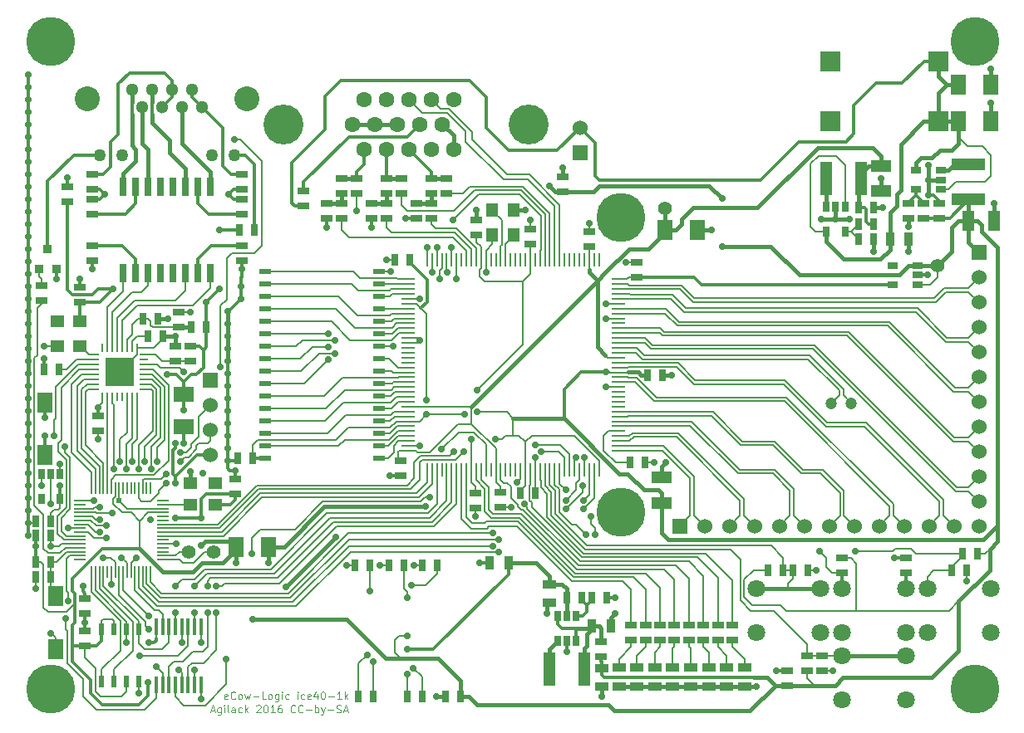
<source format=gtl>
G04 (created by PCBNEW (2013-mar-13)-stable) date Fri 15 Jan 2016 11:02:54 AM CET*
%MOIN*%
G04 Gerber Fmt 3.4, Leading zero omitted, Abs format*
%FSLAX34Y34*%
G01*
G70*
G90*
G04 APERTURE LIST*
%ADD10C,0.005906*%
%ADD11C,0.004000*%
%ADD12C,0.196850*%
%ADD13C,0.051181*%
%ADD14C,0.100000*%
%ADD15C,0.050000*%
%ADD16C,0.160000*%
%ADD17C,0.063000*%
%ADD18R,0.053100X0.011400*%
%ADD19R,0.011400X0.053100*%
%ADD20R,0.031500X0.074800*%
%ADD21R,0.008063X0.047200*%
%ADD22R,0.047200X0.008063*%
%ADD23R,0.033500X0.011000*%
%ADD24R,0.011000X0.033500*%
%ADD25R,0.118100X0.118100*%
%ADD26R,0.045000X0.025000*%
%ADD27R,0.025000X0.045000*%
%ADD28R,0.055118X0.048800*%
%ADD29R,0.050000X0.023622*%
%ADD30R,0.027600X0.039400*%
%ADD31R,0.051181X0.133858*%
%ADD32R,0.020000X0.045000*%
%ADD33R,0.035000X0.055000*%
%ADD34R,0.055000X0.035000*%
%ADD35R,0.059055X0.078740*%
%ADD36R,0.011800X0.070100*%
%ADD37R,0.080000X0.060000*%
%ADD38R,0.078740X0.078740*%
%ADD39R,0.060000X0.080000*%
%ADD40R,0.133858X0.051181*%
%ADD41R,0.039400X0.027600*%
%ADD42R,0.047200X0.078700*%
%ADD43C,0.055100*%
%ADD44R,0.055100X0.047200*%
%ADD45R,0.036000X0.036000*%
%ADD46R,0.060000X0.060000*%
%ADD47C,0.060000*%
%ADD48R,0.078700X0.047200*%
%ADD49R,0.047200X0.055100*%
%ADD50C,0.070900*%
%ADD51C,0.047200*%
%ADD52C,0.028000*%
%ADD53C,0.024000*%
%ADD54C,0.008000*%
%ADD55C,0.016000*%
%ADD56C,0.012000*%
%ADD57C,0.006000*%
G04 APERTURE END LIST*
G54D10*
G54D11*
X46934Y-47730D02*
X47077Y-47730D01*
X46905Y-47815D02*
X47005Y-47515D01*
X47105Y-47815D01*
X47334Y-47615D02*
X47334Y-47858D01*
X47320Y-47887D01*
X47305Y-47901D01*
X47277Y-47915D01*
X47234Y-47915D01*
X47205Y-47901D01*
X47334Y-47801D02*
X47305Y-47815D01*
X47248Y-47815D01*
X47220Y-47801D01*
X47205Y-47787D01*
X47191Y-47758D01*
X47191Y-47672D01*
X47205Y-47644D01*
X47220Y-47630D01*
X47248Y-47615D01*
X47305Y-47615D01*
X47334Y-47630D01*
X47477Y-47815D02*
X47477Y-47615D01*
X47477Y-47515D02*
X47462Y-47530D01*
X47477Y-47544D01*
X47491Y-47530D01*
X47477Y-47515D01*
X47477Y-47544D01*
X47662Y-47815D02*
X47634Y-47801D01*
X47620Y-47772D01*
X47620Y-47515D01*
X47905Y-47815D02*
X47905Y-47658D01*
X47891Y-47630D01*
X47862Y-47615D01*
X47805Y-47615D01*
X47777Y-47630D01*
X47905Y-47801D02*
X47877Y-47815D01*
X47805Y-47815D01*
X47777Y-47801D01*
X47762Y-47772D01*
X47762Y-47744D01*
X47777Y-47715D01*
X47805Y-47701D01*
X47877Y-47701D01*
X47905Y-47687D01*
X48177Y-47801D02*
X48148Y-47815D01*
X48091Y-47815D01*
X48062Y-47801D01*
X48048Y-47787D01*
X48034Y-47758D01*
X48034Y-47672D01*
X48048Y-47644D01*
X48062Y-47630D01*
X48091Y-47615D01*
X48148Y-47615D01*
X48177Y-47630D01*
X48305Y-47815D02*
X48305Y-47515D01*
X48334Y-47701D02*
X48420Y-47815D01*
X48420Y-47615D02*
X48305Y-47730D01*
X48762Y-47544D02*
X48777Y-47530D01*
X48805Y-47515D01*
X48877Y-47515D01*
X48905Y-47530D01*
X48920Y-47544D01*
X48934Y-47572D01*
X48934Y-47601D01*
X48920Y-47644D01*
X48748Y-47815D01*
X48934Y-47815D01*
X49120Y-47515D02*
X49148Y-47515D01*
X49177Y-47530D01*
X49191Y-47544D01*
X49205Y-47572D01*
X49220Y-47630D01*
X49220Y-47701D01*
X49205Y-47758D01*
X49191Y-47787D01*
X49177Y-47801D01*
X49148Y-47815D01*
X49120Y-47815D01*
X49091Y-47801D01*
X49077Y-47787D01*
X49062Y-47758D01*
X49048Y-47701D01*
X49048Y-47630D01*
X49062Y-47572D01*
X49077Y-47544D01*
X49091Y-47530D01*
X49120Y-47515D01*
X49505Y-47815D02*
X49334Y-47815D01*
X49420Y-47815D02*
X49420Y-47515D01*
X49391Y-47558D01*
X49362Y-47587D01*
X49334Y-47601D01*
X49762Y-47515D02*
X49705Y-47515D01*
X49677Y-47530D01*
X49662Y-47544D01*
X49634Y-47587D01*
X49620Y-47644D01*
X49620Y-47758D01*
X49634Y-47787D01*
X49648Y-47801D01*
X49677Y-47815D01*
X49734Y-47815D01*
X49762Y-47801D01*
X49777Y-47787D01*
X49791Y-47758D01*
X49791Y-47687D01*
X49777Y-47658D01*
X49762Y-47644D01*
X49734Y-47630D01*
X49677Y-47630D01*
X49648Y-47644D01*
X49634Y-47658D01*
X49620Y-47687D01*
X50319Y-47787D02*
X50305Y-47801D01*
X50262Y-47815D01*
X50234Y-47815D01*
X50191Y-47801D01*
X50162Y-47772D01*
X50148Y-47744D01*
X50134Y-47687D01*
X50134Y-47644D01*
X50148Y-47587D01*
X50162Y-47558D01*
X50191Y-47530D01*
X50234Y-47515D01*
X50262Y-47515D01*
X50305Y-47530D01*
X50319Y-47544D01*
X50619Y-47787D02*
X50605Y-47801D01*
X50562Y-47815D01*
X50534Y-47815D01*
X50491Y-47801D01*
X50462Y-47772D01*
X50448Y-47744D01*
X50434Y-47687D01*
X50434Y-47644D01*
X50448Y-47587D01*
X50462Y-47558D01*
X50491Y-47530D01*
X50534Y-47515D01*
X50562Y-47515D01*
X50605Y-47530D01*
X50619Y-47544D01*
X50748Y-47701D02*
X50977Y-47701D01*
X51120Y-47815D02*
X51120Y-47515D01*
X51120Y-47630D02*
X51148Y-47615D01*
X51205Y-47615D01*
X51234Y-47630D01*
X51248Y-47644D01*
X51262Y-47672D01*
X51262Y-47758D01*
X51248Y-47787D01*
X51234Y-47801D01*
X51205Y-47815D01*
X51148Y-47815D01*
X51120Y-47801D01*
X51362Y-47615D02*
X51434Y-47815D01*
X51505Y-47615D02*
X51434Y-47815D01*
X51405Y-47887D01*
X51391Y-47901D01*
X51362Y-47915D01*
X51620Y-47701D02*
X51848Y-47701D01*
X51977Y-47801D02*
X52020Y-47815D01*
X52091Y-47815D01*
X52120Y-47801D01*
X52134Y-47787D01*
X52148Y-47758D01*
X52148Y-47730D01*
X52134Y-47701D01*
X52120Y-47687D01*
X52091Y-47672D01*
X52034Y-47658D01*
X52005Y-47644D01*
X51991Y-47630D01*
X51977Y-47601D01*
X51977Y-47572D01*
X51991Y-47544D01*
X52005Y-47530D01*
X52034Y-47515D01*
X52105Y-47515D01*
X52148Y-47530D01*
X52262Y-47730D02*
X52405Y-47730D01*
X52234Y-47815D02*
X52334Y-47515D01*
X52434Y-47815D01*
X47607Y-47261D02*
X47578Y-47275D01*
X47521Y-47275D01*
X47492Y-47261D01*
X47478Y-47232D01*
X47478Y-47118D01*
X47492Y-47090D01*
X47521Y-47075D01*
X47578Y-47075D01*
X47607Y-47090D01*
X47621Y-47118D01*
X47621Y-47147D01*
X47478Y-47175D01*
X47921Y-47247D02*
X47907Y-47261D01*
X47864Y-47275D01*
X47835Y-47275D01*
X47792Y-47261D01*
X47764Y-47232D01*
X47750Y-47204D01*
X47735Y-47147D01*
X47735Y-47104D01*
X47750Y-47047D01*
X47764Y-47018D01*
X47792Y-46990D01*
X47835Y-46975D01*
X47864Y-46975D01*
X47907Y-46990D01*
X47921Y-47004D01*
X48092Y-47275D02*
X48064Y-47261D01*
X48050Y-47247D01*
X48035Y-47218D01*
X48035Y-47132D01*
X48050Y-47104D01*
X48064Y-47090D01*
X48092Y-47075D01*
X48135Y-47075D01*
X48164Y-47090D01*
X48178Y-47104D01*
X48192Y-47132D01*
X48192Y-47218D01*
X48178Y-47247D01*
X48164Y-47261D01*
X48135Y-47275D01*
X48092Y-47275D01*
X48292Y-47075D02*
X48350Y-47275D01*
X48407Y-47132D01*
X48464Y-47275D01*
X48521Y-47075D01*
X48635Y-47161D02*
X48864Y-47161D01*
X49150Y-47275D02*
X49007Y-47275D01*
X49007Y-46975D01*
X49292Y-47275D02*
X49264Y-47261D01*
X49250Y-47247D01*
X49235Y-47218D01*
X49235Y-47132D01*
X49250Y-47104D01*
X49264Y-47090D01*
X49292Y-47075D01*
X49335Y-47075D01*
X49364Y-47090D01*
X49378Y-47104D01*
X49392Y-47132D01*
X49392Y-47218D01*
X49378Y-47247D01*
X49364Y-47261D01*
X49335Y-47275D01*
X49292Y-47275D01*
X49650Y-47075D02*
X49650Y-47318D01*
X49635Y-47347D01*
X49621Y-47361D01*
X49592Y-47375D01*
X49550Y-47375D01*
X49521Y-47361D01*
X49650Y-47261D02*
X49621Y-47275D01*
X49564Y-47275D01*
X49535Y-47261D01*
X49521Y-47247D01*
X49507Y-47218D01*
X49507Y-47132D01*
X49521Y-47104D01*
X49535Y-47090D01*
X49564Y-47075D01*
X49621Y-47075D01*
X49650Y-47090D01*
X49792Y-47275D02*
X49792Y-47075D01*
X49792Y-46975D02*
X49778Y-46990D01*
X49792Y-47004D01*
X49807Y-46990D01*
X49792Y-46975D01*
X49792Y-47004D01*
X50064Y-47261D02*
X50035Y-47275D01*
X49978Y-47275D01*
X49950Y-47261D01*
X49935Y-47247D01*
X49921Y-47218D01*
X49921Y-47132D01*
X49935Y-47104D01*
X49950Y-47090D01*
X49978Y-47075D01*
X50035Y-47075D01*
X50064Y-47090D01*
X50421Y-47275D02*
X50421Y-47075D01*
X50421Y-46975D02*
X50407Y-46990D01*
X50421Y-47004D01*
X50435Y-46990D01*
X50421Y-46975D01*
X50421Y-47004D01*
X50692Y-47261D02*
X50664Y-47275D01*
X50607Y-47275D01*
X50578Y-47261D01*
X50564Y-47247D01*
X50550Y-47218D01*
X50550Y-47132D01*
X50564Y-47104D01*
X50578Y-47090D01*
X50607Y-47075D01*
X50664Y-47075D01*
X50692Y-47090D01*
X50935Y-47261D02*
X50907Y-47275D01*
X50850Y-47275D01*
X50821Y-47261D01*
X50807Y-47232D01*
X50807Y-47118D01*
X50821Y-47090D01*
X50850Y-47075D01*
X50907Y-47075D01*
X50935Y-47090D01*
X50950Y-47118D01*
X50950Y-47147D01*
X50807Y-47175D01*
X51207Y-47075D02*
X51207Y-47275D01*
X51135Y-46961D02*
X51064Y-47175D01*
X51250Y-47175D01*
X51421Y-46975D02*
X51450Y-46975D01*
X51478Y-46990D01*
X51492Y-47004D01*
X51507Y-47032D01*
X51521Y-47090D01*
X51521Y-47161D01*
X51507Y-47218D01*
X51492Y-47247D01*
X51478Y-47261D01*
X51450Y-47275D01*
X51421Y-47275D01*
X51392Y-47261D01*
X51378Y-47247D01*
X51364Y-47218D01*
X51350Y-47161D01*
X51350Y-47090D01*
X51364Y-47032D01*
X51378Y-47004D01*
X51392Y-46990D01*
X51421Y-46975D01*
X51650Y-47161D02*
X51878Y-47161D01*
X52178Y-47275D02*
X52007Y-47275D01*
X52092Y-47275D02*
X52092Y-46975D01*
X52064Y-47018D01*
X52035Y-47047D01*
X52007Y-47061D01*
X52307Y-47275D02*
X52307Y-46975D01*
X52335Y-47161D02*
X52421Y-47275D01*
X52421Y-47075D02*
X52307Y-47190D01*
G54D12*
X40531Y-20885D03*
X77566Y-20885D03*
X40531Y-46881D03*
X77566Y-46881D03*
G54D13*
X44570Y-22810D03*
X45775Y-23510D03*
X44972Y-23510D03*
X43767Y-22810D03*
X44169Y-23510D03*
X45374Y-22810D03*
X46578Y-23510D03*
X46177Y-22810D03*
G54D14*
X48374Y-23160D03*
X41972Y-23160D03*
G54D15*
X47874Y-25424D03*
X46972Y-25424D03*
X43374Y-25424D03*
X42472Y-25424D03*
G54D16*
X49854Y-24190D03*
X59696Y-24190D03*
G54D17*
X56677Y-23190D03*
X56226Y-24190D03*
X55775Y-23190D03*
X54874Y-23190D03*
X53972Y-23190D03*
X53070Y-23190D03*
X55324Y-24190D03*
X54423Y-24190D03*
X53521Y-24190D03*
X52620Y-24190D03*
X56677Y-25190D03*
X55775Y-25190D03*
X54874Y-25190D03*
X53972Y-25190D03*
X53070Y-25190D03*
G54D18*
X54833Y-30413D03*
X54833Y-30610D03*
X54833Y-30807D03*
X54833Y-31004D03*
X54833Y-31201D03*
X54833Y-31397D03*
X54833Y-31594D03*
X54833Y-31791D03*
X54833Y-31988D03*
X54833Y-32185D03*
X54833Y-32382D03*
X54833Y-32578D03*
X54833Y-32775D03*
X54833Y-32972D03*
X54833Y-33169D03*
X54833Y-33366D03*
X54833Y-33563D03*
X54833Y-33760D03*
X54833Y-33956D03*
X54833Y-34153D03*
X54833Y-34350D03*
X54833Y-34547D03*
X54833Y-34744D03*
X54833Y-34941D03*
X54833Y-35138D03*
X54833Y-35334D03*
X54833Y-35531D03*
X54833Y-35728D03*
X54833Y-35925D03*
X54833Y-36122D03*
X54833Y-36319D03*
X54833Y-36515D03*
X54833Y-36712D03*
X54833Y-36909D03*
X54833Y-37106D03*
X54833Y-37303D03*
G54D19*
X55610Y-38080D03*
X55807Y-38080D03*
X56004Y-38080D03*
X56201Y-38080D03*
X56398Y-38080D03*
X56594Y-38080D03*
X56791Y-38080D03*
X56988Y-38080D03*
X57185Y-38080D03*
X57382Y-38080D03*
X57579Y-38080D03*
X57775Y-38080D03*
X57972Y-38080D03*
X58169Y-38080D03*
X58366Y-38080D03*
X58563Y-38080D03*
X58760Y-38080D03*
X58957Y-38080D03*
X59153Y-38080D03*
X59350Y-38080D03*
X59547Y-38080D03*
X59744Y-38080D03*
X59941Y-38080D03*
X60138Y-38080D03*
X60335Y-38080D03*
X60531Y-38080D03*
X60728Y-38080D03*
X60925Y-38080D03*
X61122Y-38080D03*
X61319Y-38080D03*
X61516Y-38080D03*
X61712Y-38080D03*
X61909Y-38080D03*
X62106Y-38080D03*
X62303Y-38080D03*
X62500Y-38080D03*
G54D18*
X63277Y-37303D03*
X63277Y-37106D03*
X63277Y-36909D03*
X63277Y-36712D03*
X63277Y-36515D03*
X63277Y-36319D03*
X63277Y-36122D03*
X63277Y-35925D03*
X63277Y-35728D03*
X63277Y-35531D03*
X63277Y-35334D03*
X63277Y-35138D03*
X63277Y-34941D03*
X63277Y-34744D03*
X63277Y-34547D03*
X63277Y-34350D03*
X63277Y-34153D03*
X63277Y-33956D03*
X63277Y-33760D03*
X63277Y-33563D03*
X63277Y-33366D03*
X63277Y-33169D03*
X63277Y-32972D03*
X63277Y-32775D03*
X63277Y-32578D03*
X63277Y-32382D03*
X63277Y-32185D03*
X63277Y-31988D03*
X63277Y-31791D03*
X63277Y-31594D03*
X63277Y-31397D03*
X63277Y-31201D03*
X63277Y-31004D03*
X63277Y-30807D03*
X63277Y-30610D03*
X63277Y-30413D03*
G54D19*
X62500Y-29636D03*
X62303Y-29636D03*
X62106Y-29636D03*
X61909Y-29636D03*
X61712Y-29636D03*
X61516Y-29636D03*
X61319Y-29636D03*
X61122Y-29636D03*
X60925Y-29636D03*
X60728Y-29636D03*
X60531Y-29636D03*
X60335Y-29636D03*
X60138Y-29636D03*
X59941Y-29636D03*
X59744Y-29636D03*
X59547Y-29636D03*
X59350Y-29636D03*
X59153Y-29636D03*
X58957Y-29636D03*
X58760Y-29636D03*
X58563Y-29636D03*
X58366Y-29636D03*
X58169Y-29636D03*
X57972Y-29636D03*
X57775Y-29636D03*
X57579Y-29636D03*
X57382Y-29636D03*
X57185Y-29636D03*
X56988Y-29636D03*
X56791Y-29636D03*
X56594Y-29636D03*
X56398Y-29636D03*
X56201Y-29636D03*
X56004Y-29636D03*
X55807Y-29636D03*
X55610Y-29636D03*
G54D20*
X44923Y-30154D03*
X45423Y-30154D03*
X45923Y-30154D03*
X44423Y-30154D03*
X46423Y-30154D03*
X43923Y-30154D03*
X43423Y-30154D03*
X46923Y-30154D03*
X43423Y-26706D03*
X46923Y-26706D03*
X46423Y-26706D03*
X45923Y-26706D03*
X45423Y-26706D03*
X44923Y-26706D03*
X44423Y-26706D03*
X43923Y-26706D03*
G54D21*
X44521Y-38817D03*
X44363Y-38817D03*
X44206Y-38817D03*
X44048Y-38817D03*
X43891Y-38817D03*
X43733Y-38817D03*
X43576Y-38817D03*
X43418Y-38817D03*
X43261Y-38817D03*
X43103Y-38817D03*
X42946Y-38817D03*
X42788Y-38817D03*
X42631Y-38817D03*
X42473Y-38817D03*
X42316Y-38817D03*
X42158Y-38817D03*
G54D22*
X41667Y-39308D03*
X41667Y-39466D03*
X41667Y-39623D03*
X41667Y-39781D03*
X41667Y-39938D03*
X41667Y-40096D03*
X41667Y-40253D03*
X41667Y-40411D03*
G54D21*
X42158Y-42163D03*
X42316Y-42163D03*
X42473Y-42163D03*
X42631Y-42163D03*
X42788Y-42163D03*
X42946Y-42163D03*
X43103Y-42163D03*
X43261Y-42163D03*
X43418Y-42163D03*
X43576Y-42163D03*
X43733Y-42163D03*
X43891Y-42163D03*
G54D22*
X45013Y-41671D03*
X45013Y-41513D03*
X45013Y-41356D03*
X45013Y-41198D03*
X45013Y-41041D03*
X45013Y-40883D03*
X45013Y-40726D03*
X45013Y-40568D03*
X45013Y-40411D03*
X45013Y-40253D03*
X45013Y-40096D03*
X45013Y-39938D03*
X41667Y-40568D03*
X41667Y-40726D03*
X41667Y-40883D03*
X41667Y-41041D03*
X41667Y-41198D03*
X41667Y-41356D03*
X41667Y-41513D03*
X41667Y-41671D03*
G54D21*
X44048Y-42163D03*
X44206Y-42163D03*
X44363Y-42163D03*
X44521Y-42163D03*
G54D22*
X45013Y-39781D03*
X45013Y-39623D03*
X45013Y-39466D03*
X45013Y-39308D03*
G54D23*
X42296Y-34829D03*
G54D24*
X42591Y-35124D03*
G54D23*
X44264Y-34829D03*
X44264Y-34632D03*
X44264Y-34435D03*
X44264Y-34238D03*
X44264Y-33845D03*
X44264Y-33648D03*
G54D24*
X43182Y-33156D03*
G54D23*
X44264Y-33451D03*
G54D24*
X43969Y-33156D03*
X43772Y-33156D03*
X43575Y-33156D03*
X43378Y-33156D03*
X42985Y-33156D03*
X42788Y-33156D03*
X42591Y-33156D03*
G54D23*
X42296Y-33451D03*
X42296Y-33648D03*
X42296Y-33845D03*
X42296Y-34042D03*
X42296Y-34238D03*
X42296Y-34435D03*
X42296Y-34632D03*
G54D25*
X43280Y-34140D03*
G54D23*
X44264Y-34042D03*
G54D24*
X43969Y-35124D03*
X43772Y-35124D03*
X43575Y-35124D03*
X43378Y-35124D03*
X43182Y-35124D03*
X42985Y-35124D03*
X42788Y-35124D03*
G54D26*
X42170Y-29060D03*
X42170Y-29660D03*
X48170Y-29060D03*
X48170Y-29660D03*
X51570Y-27380D03*
X51570Y-27980D03*
X52170Y-27980D03*
X52170Y-27380D03*
X52170Y-26980D03*
X52170Y-26380D03*
X52770Y-26980D03*
X52770Y-26380D03*
X53370Y-27380D03*
X53370Y-27980D03*
X53970Y-27980D03*
X53970Y-27380D03*
X53970Y-26980D03*
X53970Y-26380D03*
X54590Y-26980D03*
X54590Y-26380D03*
X55190Y-27380D03*
X55190Y-27980D03*
X55790Y-27980D03*
X55790Y-27380D03*
X55790Y-26980D03*
X55790Y-26380D03*
X56390Y-26980D03*
X56390Y-26380D03*
X48170Y-27200D03*
X48170Y-27800D03*
X42170Y-27800D03*
X42170Y-27200D03*
X42170Y-26800D03*
X42170Y-26200D03*
X48170Y-26200D03*
X48170Y-26800D03*
X45530Y-33710D03*
X45530Y-33110D03*
G54D27*
X44430Y-32690D03*
X45030Y-32690D03*
X46760Y-32340D03*
X46160Y-32340D03*
X40850Y-34030D03*
X40250Y-34030D03*
G54D26*
X46130Y-33110D03*
X46130Y-33710D03*
G54D27*
X44220Y-32010D03*
X44820Y-32010D03*
G54D26*
X45660Y-32340D03*
X45660Y-31740D03*
G54D28*
X40767Y-32110D03*
X40767Y-33110D03*
X41692Y-33110D03*
X41692Y-32110D03*
G54D29*
X49126Y-31608D03*
X49126Y-32108D03*
X49126Y-32608D03*
X49126Y-33108D03*
X49126Y-33608D03*
X49126Y-35608D03*
X49126Y-36108D03*
X49126Y-36608D03*
X49126Y-37108D03*
X49126Y-37608D03*
X53693Y-37608D03*
X53693Y-37108D03*
X53693Y-36608D03*
X53693Y-36108D03*
X53693Y-35608D03*
X53693Y-33608D03*
X53693Y-33108D03*
X53693Y-32608D03*
X53693Y-32108D03*
X53693Y-31608D03*
X53693Y-31108D03*
X53693Y-30608D03*
X53693Y-30108D03*
X53693Y-35108D03*
X53693Y-34608D03*
X53693Y-34108D03*
X49126Y-35108D03*
X49126Y-34608D03*
X49126Y-34108D03*
X49126Y-31108D03*
X49126Y-30608D03*
X49126Y-30108D03*
G54D27*
X53460Y-47160D03*
X52860Y-47160D03*
X54800Y-47160D03*
X55400Y-47160D03*
X53330Y-41890D03*
X52730Y-41890D03*
X61220Y-43210D03*
X61820Y-43210D03*
X62220Y-43210D03*
X62820Y-43210D03*
X54680Y-41890D03*
X54080Y-41890D03*
G54D30*
X60845Y-43940D03*
X61220Y-43940D03*
X61595Y-43940D03*
X61595Y-44940D03*
X61220Y-44940D03*
X60845Y-44940D03*
G54D31*
X61923Y-46055D03*
X60506Y-46055D03*
G54D32*
X42560Y-44480D03*
X42560Y-46580D03*
X43060Y-44480D03*
X43560Y-44480D03*
X44060Y-44480D03*
X43060Y-46580D03*
X43560Y-46580D03*
X44060Y-46580D03*
G54D27*
X64360Y-37780D03*
X63760Y-37780D03*
G54D33*
X62225Y-44350D03*
X62975Y-44350D03*
G54D34*
X60525Y-42655D03*
X60525Y-43405D03*
G54D27*
X56030Y-41890D03*
X55430Y-41890D03*
X40530Y-42360D03*
X39930Y-42360D03*
X39930Y-41760D03*
X40530Y-41760D03*
G54D35*
X40700Y-45272D03*
X40700Y-43147D03*
G54D36*
X44744Y-46699D03*
X45000Y-46699D03*
X45256Y-46699D03*
X45512Y-46699D03*
X45767Y-46699D03*
X46023Y-46699D03*
X46279Y-46699D03*
X46535Y-46699D03*
X46535Y-44361D03*
X46279Y-44361D03*
X46023Y-44361D03*
X45767Y-44361D03*
X45512Y-44361D03*
X45256Y-44361D03*
X45000Y-44361D03*
X44744Y-44361D03*
G54D37*
X45860Y-35020D03*
X45860Y-36320D03*
G54D27*
X40530Y-40120D03*
X39930Y-40120D03*
G54D35*
X40280Y-35354D03*
X40280Y-37480D03*
G54D38*
X76115Y-21660D03*
X71784Y-21660D03*
X76115Y-24081D03*
X71784Y-24081D03*
G54D34*
X68340Y-46015D03*
X68340Y-46765D03*
G54D26*
X67850Y-44310D03*
X67850Y-44910D03*
G54D34*
X63300Y-46015D03*
X63300Y-46765D03*
G54D26*
X63790Y-44310D03*
X63790Y-44910D03*
X67270Y-44310D03*
X67270Y-44910D03*
X66690Y-44310D03*
X66690Y-44910D03*
X66110Y-44310D03*
X66110Y-44910D03*
X65530Y-44310D03*
X65530Y-44910D03*
X64950Y-44310D03*
X64950Y-44910D03*
X64370Y-44310D03*
X64370Y-44910D03*
G54D34*
X67620Y-46015D03*
X67620Y-46765D03*
X66900Y-46015D03*
X66900Y-46765D03*
X66180Y-46015D03*
X66180Y-46765D03*
X65460Y-46015D03*
X65460Y-46765D03*
X64740Y-46015D03*
X64740Y-46765D03*
X64020Y-46015D03*
X64020Y-46765D03*
G54D39*
X76920Y-22600D03*
X78220Y-22600D03*
X76920Y-24070D03*
X78220Y-24070D03*
G54D26*
X76140Y-27970D03*
X76140Y-27370D03*
G54D40*
X77330Y-25801D03*
X77330Y-27218D03*
G54D26*
X75520Y-27970D03*
X75520Y-27370D03*
X74920Y-27370D03*
X74920Y-27970D03*
G54D41*
X75220Y-26795D03*
X75220Y-26045D03*
X76220Y-26045D03*
X76220Y-26420D03*
X76220Y-26795D03*
G54D42*
X77328Y-28080D03*
X78352Y-28080D03*
G54D43*
X47060Y-41360D03*
X46060Y-41360D03*
G54D44*
X47100Y-38597D03*
X46100Y-38597D03*
X46100Y-39463D03*
X47100Y-39463D03*
G54D26*
X41690Y-31330D03*
X41690Y-30730D03*
X47910Y-39030D03*
X47910Y-38430D03*
X42400Y-35900D03*
X42400Y-36500D03*
G54D39*
X47940Y-41160D03*
X49240Y-41160D03*
G54D27*
X48670Y-28430D03*
X48070Y-28430D03*
G54D26*
X41180Y-27300D03*
X41180Y-26700D03*
G54D45*
X40740Y-29990D03*
X40040Y-29990D03*
X40390Y-29190D03*
G54D26*
X40140Y-31270D03*
X40140Y-30670D03*
X41880Y-43250D03*
X41880Y-43850D03*
G54D46*
X46920Y-34480D03*
G54D47*
X46920Y-35480D03*
X46920Y-36480D03*
X46920Y-37480D03*
G54D41*
X74280Y-30625D03*
X74280Y-29875D03*
X75280Y-29875D03*
X75280Y-30250D03*
X75280Y-30625D03*
G54D26*
X64010Y-30340D03*
X64010Y-29740D03*
G54D31*
X71611Y-26370D03*
X73028Y-26370D03*
G54D30*
X72365Y-28490D03*
X71615Y-28490D03*
X71615Y-27490D03*
X71990Y-27490D03*
X72365Y-27490D03*
G54D27*
X72930Y-27520D03*
X73530Y-27520D03*
G54D48*
X73830Y-25858D03*
X73830Y-26882D03*
G54D27*
X73530Y-28190D03*
X72930Y-28190D03*
X72930Y-28790D03*
X73530Y-28790D03*
G54D12*
X63385Y-39763D03*
X63385Y-27952D03*
G54D43*
X65140Y-27560D03*
G54D26*
X54560Y-37710D03*
X54560Y-38310D03*
G54D27*
X48600Y-37610D03*
X48000Y-37610D03*
G54D26*
X57590Y-28620D03*
X57590Y-28020D03*
X59740Y-28990D03*
X59740Y-28390D03*
X62110Y-29100D03*
X62110Y-28500D03*
X58550Y-38970D03*
X58550Y-39570D03*
G54D49*
X58227Y-27630D03*
X58227Y-28630D03*
X59093Y-28630D03*
X59093Y-27630D03*
G54D39*
X65140Y-28440D03*
X66440Y-28440D03*
G54D26*
X61050Y-26890D03*
X61050Y-26290D03*
X50660Y-27480D03*
X50660Y-26880D03*
G54D27*
X70290Y-42100D03*
X70890Y-42100D03*
G54D26*
X74800Y-42210D03*
X74800Y-41610D03*
G54D27*
X76650Y-42100D03*
X77250Y-42100D03*
G54D26*
X71450Y-45530D03*
X71450Y-46130D03*
G54D27*
X69290Y-42100D03*
X69890Y-42100D03*
G54D26*
X72240Y-41610D03*
X72240Y-42210D03*
G54D27*
X77670Y-41450D03*
X77070Y-41450D03*
G54D26*
X70850Y-46130D03*
X70850Y-45530D03*
G54D50*
X71370Y-44606D03*
X68810Y-44606D03*
X71370Y-42834D03*
X68810Y-42834D03*
X74800Y-44606D03*
X72240Y-44606D03*
X74800Y-42834D03*
X72240Y-42834D03*
X78230Y-44606D03*
X75670Y-44606D03*
X78230Y-42834D03*
X75670Y-42834D03*
X74800Y-47306D03*
X72240Y-47306D03*
X74800Y-45534D03*
X72240Y-45534D03*
G54D33*
X74165Y-28790D03*
X74915Y-28790D03*
G54D34*
X62600Y-46025D03*
X62600Y-46775D03*
G54D26*
X62590Y-45570D03*
X62590Y-44970D03*
G54D33*
X58865Y-41790D03*
X58115Y-41790D03*
G54D26*
X41880Y-45130D03*
X41880Y-44530D03*
G54D43*
X76070Y-29870D03*
G54D26*
X70060Y-46730D03*
X70060Y-46130D03*
G54D27*
X56940Y-47160D03*
X56340Y-47160D03*
G54D30*
X40885Y-39250D03*
X40135Y-39250D03*
X40135Y-38250D03*
X40510Y-38250D03*
X40885Y-38250D03*
G54D46*
X77740Y-29338D03*
G54D47*
X77740Y-30338D03*
X77740Y-31338D03*
X77740Y-32338D03*
X77740Y-33338D03*
X77740Y-34338D03*
X77740Y-35338D03*
X77740Y-36338D03*
X77740Y-37338D03*
X77740Y-38338D03*
X77740Y-39338D03*
X77740Y-40338D03*
G54D46*
X65740Y-40338D03*
G54D47*
X66740Y-40338D03*
X67740Y-40338D03*
X68740Y-40338D03*
X69740Y-40338D03*
X70740Y-40338D03*
X71740Y-40338D03*
X72740Y-40338D03*
X73740Y-40338D03*
X74740Y-40338D03*
X75740Y-40338D03*
X76740Y-40338D03*
G54D27*
X64460Y-34270D03*
X65060Y-34270D03*
X39930Y-40700D03*
X40530Y-40700D03*
G54D26*
X57540Y-39000D03*
X57540Y-39600D03*
G54D27*
X59360Y-38990D03*
X59960Y-38990D03*
G54D48*
X65010Y-39392D03*
X65010Y-38368D03*
G54D51*
X72630Y-35410D03*
X71810Y-35410D03*
G54D46*
X61740Y-25338D03*
G54D47*
X61740Y-24338D03*
G54D27*
X54920Y-29640D03*
X54320Y-29640D03*
G54D52*
X55590Y-35270D03*
X55590Y-35840D03*
X40510Y-39440D03*
X39930Y-41150D03*
X47940Y-41800D03*
X57380Y-36820D03*
X58350Y-36820D03*
X67440Y-29090D03*
X67440Y-27170D03*
X44450Y-45010D03*
X44420Y-46590D03*
X62770Y-34150D03*
X62770Y-31990D03*
X60530Y-26660D03*
X59560Y-27630D03*
X57630Y-34870D03*
X57630Y-35750D03*
X57100Y-35840D03*
X45500Y-37010D03*
X45860Y-35670D03*
X45520Y-40000D03*
X45520Y-38600D03*
X47290Y-28430D03*
X47290Y-30810D03*
X54800Y-44740D03*
X48620Y-44070D03*
X46560Y-40000D03*
X46560Y-41090D03*
X46760Y-31340D03*
X43010Y-30800D03*
X42400Y-35560D03*
X45190Y-34240D03*
X54800Y-45260D03*
X76115Y-24081D03*
X76115Y-21660D03*
X61990Y-40660D03*
X71360Y-41340D03*
X72790Y-41340D03*
X62350Y-40660D03*
X62170Y-39940D03*
X61170Y-38880D03*
X45700Y-37750D03*
X45140Y-38600D03*
X45700Y-37380D03*
X45140Y-38240D03*
X45855Y-34150D03*
X47320Y-33950D03*
X47880Y-24810D03*
X71810Y-35410D03*
X72630Y-35410D03*
X53980Y-29640D03*
X65180Y-37780D03*
X58990Y-39570D03*
X57540Y-39940D03*
X39600Y-40200D03*
X65400Y-34270D03*
X78350Y-27380D03*
X55980Y-47160D03*
G54D53*
X43260Y-39300D03*
G54D52*
X44500Y-40070D03*
X39600Y-38700D03*
X40140Y-38700D03*
X69620Y-46130D03*
X77250Y-42540D03*
X74340Y-41610D03*
X42400Y-36840D03*
X39600Y-35700D03*
X40280Y-35960D03*
X75690Y-30250D03*
X41880Y-44190D03*
X62600Y-47175D03*
X63150Y-43825D03*
X63150Y-43210D03*
X60410Y-43825D03*
X73530Y-29310D03*
X74920Y-29310D03*
X74920Y-28310D03*
X71890Y-46130D03*
X68830Y-46770D03*
X71230Y-42100D03*
X64700Y-37780D03*
X61050Y-25950D03*
X71420Y-27990D03*
X67020Y-28440D03*
X58227Y-28630D03*
X62110Y-28160D03*
X57590Y-27620D03*
X59740Y-28050D03*
X57710Y-41790D03*
X51570Y-28320D03*
X47600Y-37700D03*
X54160Y-30110D03*
X54120Y-38310D03*
X55330Y-31200D03*
X54750Y-27980D03*
X53370Y-28320D03*
X55330Y-32870D03*
X56400Y-30140D03*
X62770Y-31400D03*
X39600Y-31200D03*
X39600Y-32200D03*
X39600Y-33200D03*
X39600Y-32700D03*
X39600Y-31700D03*
X39600Y-36200D03*
X39600Y-34700D03*
X39600Y-34200D03*
X39600Y-35200D03*
X39600Y-33700D03*
X63580Y-29740D03*
X72560Y-27990D03*
X73880Y-27520D03*
X71990Y-27990D03*
X71784Y-21660D03*
X73830Y-26370D03*
X78220Y-23340D03*
X78220Y-21960D03*
X75720Y-25850D03*
X75720Y-26420D03*
X57970Y-30140D03*
X47600Y-37200D03*
X45860Y-37010D03*
X47600Y-36700D03*
X47600Y-35700D03*
X47600Y-34700D03*
X47600Y-33700D03*
X47600Y-34200D03*
X47600Y-35200D03*
X47600Y-36200D03*
X48150Y-31200D03*
X48150Y-30700D03*
X40740Y-30390D03*
X39600Y-22700D03*
X39600Y-23700D03*
X39600Y-24700D03*
X39600Y-25700D03*
X39600Y-26700D03*
X39600Y-27700D03*
X39600Y-28700D03*
X39600Y-29700D03*
X39600Y-30200D03*
X39600Y-29200D03*
X39600Y-28200D03*
X39600Y-27200D03*
X39600Y-26200D03*
X39600Y-25200D03*
X39600Y-24200D03*
X39600Y-23200D03*
X39600Y-22200D03*
X39600Y-39700D03*
X39600Y-39200D03*
X39600Y-38200D03*
X39600Y-37200D03*
X39600Y-37700D03*
X39600Y-40700D03*
X55540Y-39550D03*
X49240Y-41800D03*
X51940Y-40760D03*
X49940Y-42760D03*
X47910Y-38100D03*
X47600Y-33200D03*
X47600Y-32200D03*
X47600Y-32700D03*
X40530Y-44620D03*
X47600Y-31700D03*
X41690Y-30390D03*
X39600Y-36700D03*
X39600Y-30700D03*
X40250Y-33110D03*
X40250Y-33590D03*
X46100Y-38140D03*
X46600Y-38200D03*
X75720Y-27020D03*
X61215Y-45355D03*
X39930Y-42830D03*
X44060Y-47050D03*
X46540Y-47270D03*
X55080Y-41890D03*
X53730Y-41890D03*
X52380Y-41890D03*
X55330Y-37110D03*
X59940Y-37580D03*
X61910Y-37580D03*
X62780Y-34740D03*
X42690Y-27000D03*
X47650Y-27000D03*
X42170Y-30000D03*
X48170Y-30000D03*
X43280Y-34140D03*
X45530Y-32690D03*
X46100Y-31740D03*
X45210Y-32010D03*
X46280Y-43800D03*
X46280Y-42740D03*
X47160Y-42740D03*
X47160Y-43800D03*
X45640Y-46090D03*
X44450Y-43940D03*
X46800Y-42740D03*
X46800Y-43800D03*
X44740Y-45960D03*
X44450Y-44480D03*
X45510Y-42740D03*
X45510Y-43800D03*
X42950Y-42670D03*
X41210Y-43320D03*
X41110Y-44030D03*
X59500Y-39430D03*
X59230Y-38560D03*
X40660Y-36700D03*
X41080Y-37120D03*
X44790Y-37750D03*
X42740Y-40810D03*
X43040Y-38030D03*
X42240Y-39310D03*
X43290Y-37750D03*
X42490Y-39560D03*
X42990Y-39810D03*
X43790Y-37750D03*
X42490Y-40060D03*
X44040Y-38030D03*
X42740Y-40310D03*
X44290Y-37750D03*
X44540Y-38030D03*
X42490Y-40560D03*
X41200Y-40410D03*
X43540Y-38030D03*
X40280Y-36700D03*
X40880Y-38700D03*
X43940Y-41590D03*
X43350Y-41590D03*
X42630Y-41590D03*
X41800Y-42740D03*
X41180Y-26340D03*
X47550Y-45670D03*
X54800Y-43210D03*
X53330Y-42950D03*
X46540Y-45010D03*
X45770Y-45010D03*
X46280Y-46090D03*
X54970Y-42700D03*
X53460Y-45770D03*
X54800Y-46280D03*
X55060Y-46020D03*
X53200Y-45510D03*
X40880Y-37830D03*
X40530Y-41150D03*
X61870Y-39640D03*
X58490Y-41370D03*
X60190Y-37330D03*
X57080Y-37330D03*
X45540Y-41040D03*
X48580Y-41440D03*
X55710Y-39170D03*
X56190Y-37250D03*
X58490Y-40860D03*
X61850Y-38700D03*
X61565Y-37580D03*
X61170Y-39640D03*
X58240Y-40600D03*
X61170Y-39290D03*
X56690Y-37330D03*
X59940Y-37080D03*
X61870Y-39290D03*
X58240Y-41120D03*
X56000Y-29150D03*
X51910Y-32870D03*
X51910Y-33390D03*
X55800Y-30140D03*
X54250Y-33110D03*
X56790Y-30400D03*
X51650Y-33650D03*
X56100Y-30400D03*
X51650Y-32610D03*
X55610Y-29150D03*
X56590Y-29150D03*
X51650Y-33130D03*
X44090Y-45540D03*
X43560Y-45010D03*
X56660Y-28020D03*
X52770Y-27680D03*
G54D54*
X55230Y-37360D02*
X55720Y-37360D01*
X55173Y-37303D02*
X55230Y-37360D01*
X54833Y-37303D02*
X55173Y-37303D01*
X56848Y-36231D02*
X57378Y-36231D01*
X55720Y-37360D02*
X56848Y-36231D01*
G54D55*
X63720Y-29190D02*
X64490Y-29190D01*
X62760Y-30150D02*
X63720Y-29190D01*
X62450Y-30460D02*
X62760Y-30150D01*
X65140Y-28540D02*
X65140Y-28440D01*
X64490Y-29190D02*
X65140Y-28540D01*
X65140Y-28440D02*
X65140Y-27560D01*
X68860Y-27530D02*
X66280Y-27530D01*
X73470Y-25120D02*
X71270Y-25120D01*
X73830Y-25480D02*
X73470Y-25120D01*
X73830Y-25480D02*
X73830Y-25858D01*
X68860Y-27530D02*
X71270Y-25120D01*
X66280Y-27530D02*
X65820Y-27990D01*
X65820Y-27990D02*
X65820Y-28210D01*
X65820Y-28210D02*
X65590Y-28440D01*
X65590Y-28440D02*
X65140Y-28440D01*
G54D54*
X58366Y-38080D02*
X58366Y-38566D01*
X58550Y-38750D02*
X58550Y-38970D01*
X58366Y-38566D02*
X58550Y-38750D01*
X62106Y-29636D02*
X62106Y-29303D01*
X62110Y-29300D02*
X62110Y-29100D01*
X62106Y-29303D02*
X62110Y-29300D01*
X54440Y-37350D02*
X54440Y-37590D01*
X54486Y-37303D02*
X54440Y-37350D01*
X54833Y-37303D02*
X54486Y-37303D01*
X54440Y-37590D02*
X54560Y-37710D01*
G54D55*
X57378Y-35531D02*
X62450Y-30460D01*
G54D54*
X62110Y-30030D02*
X62110Y-29640D01*
G54D55*
X62110Y-30030D02*
X62110Y-30120D01*
X62450Y-30460D02*
X62110Y-30120D01*
G54D54*
X62110Y-29640D02*
X62106Y-29636D01*
G54D55*
X62450Y-30460D02*
X62450Y-33150D01*
G54D54*
X62920Y-33560D02*
X62923Y-33563D01*
X62860Y-33560D02*
X62920Y-33560D01*
X62923Y-33563D02*
X63277Y-33563D01*
X62760Y-33460D02*
X62860Y-33560D01*
G54D55*
X62450Y-33150D02*
X62760Y-33460D01*
G54D54*
X58366Y-38080D02*
X58366Y-37218D01*
X58366Y-37218D02*
X57378Y-36231D01*
X57378Y-36231D02*
X57378Y-35531D01*
X54833Y-35531D02*
X57378Y-35531D01*
G54D56*
X72930Y-27520D02*
X73140Y-27520D01*
X73320Y-28190D02*
X73230Y-28100D01*
X73320Y-28190D02*
X73530Y-28190D01*
X73230Y-27610D02*
X73230Y-28100D01*
X73140Y-27520D02*
X73230Y-27610D01*
G54D55*
X72930Y-27520D02*
X72930Y-26468D01*
X72930Y-26468D02*
X73028Y-26370D01*
X73830Y-25858D02*
X73322Y-25858D01*
X73028Y-26151D02*
X73028Y-26370D01*
X73322Y-25858D02*
X73028Y-26151D01*
G54D56*
X64010Y-30340D02*
X66330Y-30340D01*
X66615Y-30625D02*
X74280Y-30625D01*
X66330Y-30340D02*
X66615Y-30625D01*
G54D54*
X63277Y-30413D02*
X63626Y-30413D01*
X63700Y-30340D02*
X64010Y-30340D01*
X63626Y-30413D02*
X63700Y-30340D01*
X55590Y-35270D02*
X55590Y-31810D01*
X55590Y-31810D02*
X55355Y-31575D01*
X54833Y-31397D02*
X55177Y-31397D01*
X55177Y-31397D02*
X55355Y-31575D01*
G54D56*
X55355Y-31575D02*
X55610Y-31320D01*
X54920Y-29740D02*
X54920Y-29640D01*
X55610Y-30430D02*
X54920Y-29740D01*
X55610Y-30430D02*
X55610Y-31320D01*
G54D55*
X63320Y-38220D02*
X63660Y-38220D01*
X61110Y-36010D02*
X63320Y-38220D01*
X65010Y-39010D02*
X65010Y-39392D01*
X64880Y-38880D02*
X65010Y-39010D01*
X64320Y-38880D02*
X64880Y-38880D01*
X63660Y-38220D02*
X64320Y-38880D01*
X65010Y-39392D02*
X65010Y-40590D01*
X77930Y-40860D02*
X78490Y-40300D01*
X65280Y-40860D02*
X77930Y-40860D01*
X65010Y-40590D02*
X65280Y-40860D01*
G54D54*
X59547Y-38080D02*
X59547Y-38702D01*
X59360Y-38890D02*
X59360Y-38990D01*
X59547Y-38702D02*
X59360Y-38890D01*
X57382Y-38080D02*
X57382Y-38562D01*
X57540Y-38720D02*
X57540Y-39000D01*
X57382Y-38562D02*
X57540Y-38720D01*
G54D56*
X39930Y-40700D02*
X39930Y-41150D01*
G54D54*
X40510Y-38250D02*
X40510Y-39440D01*
G54D56*
X39930Y-41150D02*
X39930Y-41760D01*
G54D54*
X63277Y-34153D02*
X63666Y-34153D01*
G54D55*
X64190Y-34270D02*
X64070Y-34150D01*
X64070Y-34150D02*
X63670Y-34150D01*
X64190Y-34270D02*
X64460Y-34270D01*
G54D54*
X63666Y-34153D02*
X63670Y-34150D01*
G54D55*
X77328Y-28080D02*
X77328Y-28926D01*
X77328Y-28926D02*
X77740Y-29338D01*
X78170Y-41270D02*
X78490Y-40950D01*
X78490Y-40950D02*
X78490Y-40300D01*
X77690Y-28080D02*
X77328Y-28080D01*
X78490Y-40300D02*
X78490Y-29150D01*
X78490Y-29150D02*
X77840Y-28500D01*
X77840Y-28500D02*
X77840Y-28230D01*
X77840Y-28230D02*
X77690Y-28080D01*
X76650Y-29290D02*
X76650Y-28350D01*
X76650Y-28350D02*
X76920Y-28080D01*
X76920Y-28080D02*
X77328Y-28080D01*
X76070Y-29870D02*
X76650Y-29290D01*
X77328Y-28080D02*
X77328Y-27220D01*
X77328Y-27220D02*
X77330Y-27218D01*
X54560Y-45640D02*
X56050Y-45640D01*
X56940Y-46530D02*
X56940Y-47160D01*
X56050Y-45640D02*
X56940Y-46530D01*
X56940Y-47160D02*
X57270Y-47160D01*
X57270Y-47160D02*
X57600Y-47490D01*
X68560Y-47740D02*
X63120Y-47740D01*
X68560Y-47740D02*
X69570Y-46730D01*
X62870Y-47490D02*
X63120Y-47740D01*
X62870Y-47490D02*
X57600Y-47490D01*
X47940Y-41160D02*
X47940Y-41800D01*
G54D54*
X57380Y-36820D02*
X57380Y-37690D01*
X58350Y-36820D02*
X58620Y-36820D01*
X59060Y-36700D02*
X58740Y-36700D01*
X58620Y-36820D02*
X58740Y-36700D01*
X57382Y-37692D02*
X57382Y-38080D01*
X57380Y-37690D02*
X57382Y-37692D01*
G54D55*
X68730Y-46400D02*
X69240Y-46400D01*
G54D56*
X62600Y-46300D02*
X62700Y-46400D01*
X62700Y-46400D02*
X68730Y-46400D01*
X62600Y-46025D02*
X62600Y-46300D01*
G54D55*
X69240Y-46400D02*
X69570Y-46730D01*
X70060Y-46730D02*
X69570Y-46730D01*
G54D54*
X71150Y-46730D02*
X70850Y-46430D01*
X70850Y-46430D02*
X70850Y-46130D01*
G54D55*
X70060Y-46730D02*
X71150Y-46730D01*
X71150Y-46730D02*
X71970Y-46730D01*
X75840Y-46410D02*
X72290Y-46410D01*
X76930Y-45320D02*
X75840Y-46410D01*
X76930Y-45320D02*
X76930Y-43340D01*
X71970Y-46730D02*
X72290Y-46410D01*
G54D54*
X72810Y-43720D02*
X72810Y-41820D01*
X72810Y-41820D02*
X72600Y-41610D01*
X72600Y-41610D02*
X72240Y-41610D01*
X75280Y-30625D02*
X75785Y-30625D01*
X76070Y-30340D02*
X76070Y-29870D01*
X75785Y-30625D02*
X76070Y-30340D01*
G54D55*
X75280Y-29875D02*
X75645Y-29875D01*
X75650Y-29870D02*
X76070Y-29870D01*
X75645Y-29875D02*
X75650Y-29870D01*
X70540Y-30250D02*
X74550Y-30250D01*
X69380Y-29090D02*
X70540Y-30250D01*
X69380Y-29090D02*
X67440Y-29090D01*
X66930Y-26660D02*
X67440Y-27170D01*
X62500Y-26660D02*
X66930Y-26660D01*
X62270Y-26890D02*
X62500Y-26660D01*
X61050Y-26890D02*
X62270Y-26890D01*
X74925Y-29875D02*
X75280Y-29875D01*
X74550Y-30250D02*
X74925Y-29875D01*
G54D54*
X42560Y-44480D02*
X42560Y-44150D01*
X43060Y-44150D02*
X42990Y-44080D01*
X43060Y-44150D02*
X43060Y-44480D01*
X42630Y-44080D02*
X42990Y-44080D01*
X42560Y-44150D02*
X42630Y-44080D01*
X42310Y-46965D02*
X42310Y-46020D01*
X42310Y-46965D02*
X42525Y-47180D01*
X42525Y-47180D02*
X43345Y-47180D01*
X43345Y-47180D02*
X43560Y-46965D01*
X43560Y-46580D02*
X43560Y-46965D01*
X41880Y-45590D02*
X41880Y-45130D01*
X42310Y-46020D02*
X41880Y-45590D01*
G54D56*
X41880Y-45130D02*
X41390Y-45130D01*
X41490Y-43420D02*
X41490Y-44200D01*
X41490Y-44200D02*
X41390Y-44300D01*
X41390Y-44300D02*
X41390Y-45130D01*
X42130Y-46510D02*
X41390Y-45770D01*
X41390Y-45130D02*
X41390Y-45770D01*
X44420Y-46590D02*
X44420Y-47120D01*
X44420Y-47120D02*
X44050Y-47490D01*
X44050Y-47490D02*
X42570Y-47490D01*
X44744Y-44830D02*
X44744Y-44925D01*
X44744Y-44925D02*
X44660Y-45010D01*
X44660Y-45010D02*
X44450Y-45010D01*
G54D54*
X44744Y-44830D02*
X44744Y-44361D01*
G54D56*
X42570Y-47490D02*
X42130Y-47050D01*
X42130Y-47050D02*
X42130Y-46510D01*
G54D54*
X41140Y-43770D02*
X41490Y-43420D01*
X40410Y-43770D02*
X41140Y-43770D01*
X40230Y-41860D02*
X40230Y-43590D01*
X40230Y-43590D02*
X40410Y-43770D01*
X40130Y-41760D02*
X40230Y-41860D01*
X39930Y-41760D02*
X40130Y-41760D01*
G54D56*
X41490Y-43040D02*
X41490Y-43420D01*
X42590Y-41240D02*
X44090Y-41240D01*
X41380Y-42930D02*
X41380Y-42450D01*
X41490Y-43040D02*
X41380Y-42930D01*
X41380Y-42450D02*
X42590Y-41240D01*
X41880Y-45130D02*
X42360Y-45130D01*
X42560Y-44930D02*
X42560Y-44480D01*
X42360Y-45130D02*
X42560Y-44930D01*
G54D54*
X44090Y-40120D02*
X43750Y-39780D01*
X43030Y-39440D02*
X43030Y-39220D01*
X43370Y-39780D02*
X43030Y-39440D01*
X43750Y-39780D02*
X43370Y-39780D01*
G54D57*
X43103Y-38817D02*
X43103Y-39146D01*
X43103Y-39146D02*
X43030Y-39220D01*
G54D56*
X62600Y-46025D02*
X62600Y-45780D01*
X62590Y-45770D02*
X62590Y-45570D01*
X62600Y-45780D02*
X62590Y-45770D01*
X76140Y-27970D02*
X76578Y-27970D01*
X76578Y-27970D02*
X77330Y-27218D01*
X75520Y-27970D02*
X76140Y-27970D01*
X62770Y-34150D02*
X61790Y-34150D01*
X61110Y-34830D02*
X61110Y-36010D01*
X61790Y-34150D02*
X61110Y-34830D01*
G54D54*
X62770Y-34150D02*
X62930Y-34150D01*
X63277Y-31988D02*
X62911Y-31988D01*
X62910Y-31990D02*
X62770Y-31990D01*
X62911Y-31988D02*
X62910Y-31990D01*
X62933Y-34153D02*
X63277Y-34153D01*
X62930Y-34150D02*
X62933Y-34153D01*
X72810Y-43720D02*
X76550Y-43720D01*
X76550Y-43720D02*
X76930Y-43340D01*
G54D55*
X78170Y-42100D02*
X78170Y-41270D01*
X76930Y-43340D02*
X78170Y-42100D01*
G54D54*
X77670Y-41450D02*
X77990Y-41450D01*
X77990Y-41450D02*
X78170Y-41270D01*
G54D55*
X59060Y-36010D02*
X61110Y-36010D01*
G54D54*
X69290Y-42100D02*
X68700Y-42100D01*
X68700Y-42100D02*
X68330Y-42470D01*
X68330Y-42470D02*
X68330Y-43160D01*
X68330Y-43160D02*
X68660Y-43490D01*
X68660Y-43490D02*
X69780Y-43490D01*
X69780Y-43490D02*
X70010Y-43720D01*
X70010Y-43720D02*
X72810Y-43720D01*
X62500Y-38080D02*
X62500Y-37700D01*
X62500Y-37700D02*
X61500Y-36700D01*
G54D55*
X61050Y-26890D02*
X60760Y-26890D01*
X59560Y-27630D02*
X59093Y-27630D01*
X60760Y-26890D02*
X60530Y-26660D01*
G54D54*
X59744Y-29636D02*
X59744Y-29265D01*
X59740Y-29261D02*
X59740Y-28990D01*
X59744Y-29265D02*
X59740Y-29261D01*
X57775Y-29636D02*
X57775Y-29115D01*
X57590Y-28930D02*
X57590Y-28620D01*
X57775Y-29115D02*
X57590Y-28930D01*
G54D56*
X48600Y-37610D02*
X49124Y-37610D01*
X49124Y-37610D02*
X49126Y-37608D01*
G54D54*
X48600Y-37610D02*
X48600Y-37060D01*
X52440Y-36360D02*
X51940Y-36860D01*
X51940Y-36860D02*
X48800Y-36860D01*
X54367Y-36122D02*
X54833Y-36122D01*
X54367Y-36122D02*
X54130Y-36360D01*
X54130Y-36360D02*
X52440Y-36360D01*
X48600Y-37060D02*
X48800Y-36860D01*
X59460Y-33040D02*
X57630Y-34870D01*
X59460Y-33040D02*
X59460Y-30500D01*
X57775Y-29636D02*
X57775Y-29974D01*
X57775Y-29974D02*
X57710Y-30040D01*
X57710Y-30040D02*
X57710Y-30290D01*
X57710Y-30290D02*
X57920Y-30500D01*
X57920Y-30500D02*
X59460Y-30500D01*
X59744Y-30215D02*
X59744Y-29636D01*
X59460Y-30500D02*
X59744Y-30215D01*
X54833Y-36122D02*
X55307Y-36122D01*
X55307Y-36122D02*
X55590Y-35840D01*
X55590Y-35840D02*
X57100Y-35840D01*
X58800Y-35750D02*
X57630Y-35750D01*
X58800Y-35750D02*
X59060Y-36010D01*
X59060Y-36700D02*
X59060Y-36010D01*
X59294Y-36700D02*
X59547Y-36952D01*
X59060Y-36700D02*
X59294Y-36700D01*
X61500Y-36700D02*
X59800Y-36700D01*
X59547Y-38080D02*
X59547Y-36952D01*
X59547Y-36952D02*
X59800Y-36700D01*
G54D55*
X77330Y-28338D02*
X77328Y-28340D01*
G54D56*
X45420Y-38230D02*
X45420Y-37280D01*
X45520Y-38330D02*
X45420Y-38230D01*
X45860Y-35670D02*
X45860Y-35020D01*
X45500Y-37200D02*
X45500Y-37010D01*
X45420Y-37280D02*
X45500Y-37200D01*
X45520Y-38600D02*
X45520Y-38330D01*
X45520Y-40000D02*
X46560Y-40000D01*
X46920Y-37480D02*
X46370Y-37480D01*
X45520Y-38330D02*
X46370Y-37480D01*
X48070Y-28430D02*
X47290Y-28430D01*
X47290Y-30810D02*
X46760Y-31340D01*
X41180Y-27300D02*
X41180Y-30830D01*
X42410Y-30800D02*
X43010Y-30800D01*
X42180Y-31030D02*
X42410Y-30800D01*
X41380Y-31030D02*
X42180Y-31030D01*
X41180Y-30830D02*
X41380Y-31030D01*
G54D54*
X54800Y-44740D02*
X54480Y-44740D01*
X54320Y-45400D02*
X54560Y-45640D01*
X54480Y-44740D02*
X54320Y-44900D01*
X54320Y-44900D02*
X54320Y-45400D01*
G54D55*
X46590Y-41800D02*
X47400Y-41800D01*
X46590Y-41800D02*
X46230Y-42160D01*
X46230Y-42160D02*
X45010Y-42160D01*
X44090Y-41240D02*
X45010Y-42160D01*
X47940Y-41260D02*
X47940Y-41160D01*
X47400Y-41800D02*
X47940Y-41260D01*
X54560Y-45640D02*
X53960Y-45640D01*
X53960Y-45640D02*
X52390Y-44070D01*
X52390Y-44070D02*
X48620Y-44070D01*
X46730Y-40920D02*
X47700Y-40920D01*
X46730Y-40920D02*
X46560Y-41090D01*
G54D56*
X46560Y-39230D02*
X46560Y-40000D01*
G54D55*
X47700Y-40920D02*
X47940Y-41160D01*
G54D56*
X47100Y-39463D02*
X47727Y-39463D01*
X47910Y-39280D02*
X47910Y-39030D01*
X47727Y-39463D02*
X47910Y-39280D01*
X46760Y-39030D02*
X47910Y-39030D01*
X46560Y-39230D02*
X46760Y-39030D01*
G54D54*
X44090Y-41240D02*
X44090Y-40120D01*
X44090Y-40120D02*
X44428Y-39781D01*
G54D56*
X46760Y-32340D02*
X46760Y-31340D01*
X42480Y-31330D02*
X41690Y-31330D01*
X42480Y-31330D02*
X43010Y-30800D01*
X46635Y-33255D02*
X46635Y-33955D01*
X46160Y-34240D02*
X45855Y-34545D01*
X46350Y-34240D02*
X46160Y-34240D01*
X46635Y-33955D02*
X46350Y-34240D01*
X45855Y-34545D02*
X45550Y-34240D01*
X45550Y-34240D02*
X45190Y-34240D01*
X45860Y-34550D02*
X45855Y-34545D01*
X45860Y-35020D02*
X45860Y-34550D01*
X42400Y-35900D02*
X42400Y-35560D01*
G54D54*
X42591Y-35369D02*
X42400Y-35560D01*
X42591Y-35369D02*
X42591Y-35124D01*
G54D56*
X41692Y-32110D02*
X41692Y-31332D01*
X41692Y-31332D02*
X41690Y-31330D01*
X46760Y-32340D02*
X46760Y-33130D01*
X46760Y-33130D02*
X46635Y-33255D01*
X46130Y-33110D02*
X46490Y-33110D01*
X46490Y-33110D02*
X46635Y-33255D01*
G54D54*
X44670Y-39781D02*
X44428Y-39781D01*
G54D57*
X45013Y-39781D02*
X44670Y-39781D01*
G54D55*
X60525Y-42655D02*
X60525Y-42325D01*
X59990Y-41790D02*
X58865Y-41790D01*
X60525Y-42325D02*
X59990Y-41790D01*
X61220Y-43210D02*
X61220Y-42845D01*
X61030Y-42655D02*
X60525Y-42655D01*
X61220Y-42845D02*
X61030Y-42655D01*
X61220Y-43940D02*
X61220Y-43210D01*
G54D56*
X58865Y-41790D02*
X58865Y-42255D01*
X58865Y-42255D02*
X55860Y-45260D01*
X54800Y-45260D02*
X55860Y-45260D01*
G54D55*
X45660Y-32340D02*
X46160Y-32340D01*
G54D54*
X44610Y-32350D02*
X45650Y-32350D01*
X44520Y-32100D02*
X44520Y-32260D01*
X44430Y-32010D02*
X44520Y-32100D01*
X44220Y-32010D02*
X44430Y-32010D01*
X44520Y-32260D02*
X44610Y-32350D01*
X45650Y-32350D02*
X45660Y-32340D01*
X43575Y-33156D02*
X43575Y-32825D01*
X44000Y-32010D02*
X44220Y-32010D01*
X43770Y-32240D02*
X44000Y-32010D01*
X43770Y-32630D02*
X43770Y-32240D01*
X43575Y-32825D02*
X43770Y-32630D01*
G54D56*
X68990Y-26440D02*
X62510Y-26440D01*
X76115Y-21660D02*
X75540Y-21660D01*
X72730Y-24580D02*
X72410Y-24900D01*
X72730Y-23440D02*
X72730Y-24580D01*
X73630Y-22540D02*
X72730Y-23440D01*
X74660Y-22540D02*
X73630Y-22540D01*
X75540Y-21660D02*
X74660Y-22540D01*
X70530Y-24900D02*
X72410Y-24900D01*
X68990Y-26440D02*
X70530Y-24900D01*
X62340Y-24938D02*
X61740Y-24338D01*
X62340Y-26270D02*
X62340Y-24938D01*
X62510Y-26440D02*
X62340Y-26270D01*
X58890Y-25250D02*
X60828Y-25250D01*
X60828Y-25250D02*
X61740Y-24338D01*
X50660Y-27480D02*
X50310Y-27480D01*
X58890Y-25250D02*
X57990Y-24350D01*
X57990Y-24350D02*
X57990Y-23110D01*
X57990Y-23110D02*
X57330Y-22450D01*
X57330Y-22450D02*
X52140Y-22450D01*
X52140Y-22450D02*
X51510Y-23080D01*
X51510Y-23080D02*
X51510Y-24410D01*
X51510Y-24410D02*
X50190Y-25730D01*
X50190Y-25730D02*
X50190Y-27360D01*
X50190Y-27360D02*
X50310Y-27480D01*
G54D55*
X74165Y-28790D02*
X74165Y-27745D01*
X75528Y-24081D02*
X76115Y-24081D01*
X74620Y-24990D02*
X75528Y-24081D01*
X74620Y-26830D02*
X74620Y-24990D01*
X74440Y-27010D02*
X74620Y-26830D01*
X74440Y-27470D02*
X74440Y-27010D01*
X74165Y-27745D02*
X74440Y-27470D01*
X74165Y-28790D02*
X74165Y-29225D01*
X71615Y-28895D02*
X71615Y-28490D01*
X72330Y-29610D02*
X71615Y-28895D01*
X73780Y-29610D02*
X72330Y-29610D01*
X74165Y-29225D02*
X73780Y-29610D01*
X76190Y-25220D02*
X76650Y-25220D01*
X76900Y-24970D02*
X76900Y-24730D01*
X76650Y-25220D02*
X76900Y-24970D01*
X76900Y-24730D02*
X76900Y-24690D01*
G54D54*
X72365Y-27490D02*
X72365Y-25825D01*
X71170Y-28490D02*
X71615Y-28490D01*
X70980Y-28300D02*
X71170Y-28490D01*
X70980Y-25780D02*
X70980Y-28300D01*
X71300Y-25460D02*
X70980Y-25780D01*
X72000Y-25460D02*
X71300Y-25460D01*
X72365Y-25825D02*
X72000Y-25460D01*
X76220Y-26795D02*
X76515Y-26795D01*
X76515Y-26795D02*
X76800Y-26510D01*
X76800Y-26510D02*
X77990Y-26510D01*
X77990Y-26510D02*
X78230Y-26270D01*
X78230Y-26270D02*
X78230Y-25420D01*
X78230Y-25420D02*
X77870Y-25060D01*
X77870Y-25060D02*
X77270Y-25060D01*
X77270Y-25060D02*
X76900Y-24690D01*
X76900Y-24690D02*
X76920Y-24710D01*
G54D55*
X76920Y-24070D02*
X76920Y-24710D01*
X75860Y-25550D02*
X75420Y-25550D01*
X75420Y-25550D02*
X75220Y-25750D01*
X75220Y-25750D02*
X75220Y-26045D01*
X76190Y-25220D02*
X75860Y-25550D01*
X76115Y-24081D02*
X76908Y-24081D01*
X76908Y-24081D02*
X76920Y-24070D01*
X76115Y-24081D02*
X76115Y-22924D01*
X76115Y-22924D02*
X76440Y-22600D01*
X76920Y-22600D02*
X76440Y-22600D01*
X76115Y-22275D02*
X76115Y-21660D01*
X76440Y-22600D02*
X76115Y-22275D01*
G54D54*
X40530Y-42360D02*
X40530Y-42977D01*
X40530Y-42977D02*
X40700Y-43147D01*
X41667Y-41356D02*
X41163Y-41356D01*
X40760Y-41760D02*
X40530Y-41760D01*
X41163Y-41356D02*
X40760Y-41760D01*
X40530Y-42360D02*
X40530Y-41760D01*
X60750Y-38900D02*
X60750Y-39840D01*
X62010Y-41100D02*
X69400Y-41100D01*
X69890Y-41590D02*
X69400Y-41100D01*
X69890Y-42100D02*
X69890Y-41590D01*
X60531Y-38681D02*
X60750Y-38900D01*
X60531Y-38681D02*
X60531Y-38080D01*
X60750Y-39840D02*
X62010Y-41100D01*
X70290Y-42100D02*
X69890Y-42100D01*
X70290Y-42100D02*
X70290Y-42430D01*
X70290Y-42430D02*
X70090Y-42630D01*
X70090Y-42630D02*
X70090Y-42834D01*
G54D55*
X68810Y-42834D02*
X70090Y-42834D01*
X70090Y-42834D02*
X71370Y-42834D01*
G54D54*
X60910Y-39770D02*
X60910Y-38840D01*
X60910Y-38840D02*
X60728Y-38658D01*
X61400Y-40260D02*
X61590Y-40260D01*
X61590Y-40260D02*
X61990Y-40660D01*
X71610Y-41970D02*
X71610Y-41590D01*
X71610Y-41590D02*
X71360Y-41340D01*
X72240Y-42210D02*
X71850Y-42210D01*
X71610Y-41970D02*
X71850Y-42210D01*
X60910Y-39770D02*
X61400Y-40260D01*
X60728Y-38658D02*
X60728Y-38080D01*
G54D56*
X72240Y-42834D02*
X72240Y-42210D01*
X74800Y-42210D02*
X74800Y-42834D01*
G54D54*
X72790Y-41340D02*
X74290Y-41340D01*
X62170Y-40220D02*
X62350Y-40400D01*
X62350Y-40400D02*
X62350Y-40660D01*
X60925Y-38080D02*
X60925Y-38635D01*
X60925Y-38635D02*
X61170Y-38880D01*
X62170Y-39940D02*
X62170Y-40220D01*
X74390Y-41240D02*
X75020Y-41240D01*
X74290Y-41340D02*
X74390Y-41240D01*
X75230Y-41450D02*
X75020Y-41240D01*
X77070Y-41450D02*
X75230Y-41450D01*
X75670Y-42834D02*
X75670Y-42360D01*
X75930Y-42100D02*
X76650Y-42100D01*
X75670Y-42360D02*
X75930Y-42100D01*
X76650Y-42100D02*
X76650Y-41970D01*
X76650Y-41970D02*
X77070Y-41550D01*
X77070Y-41550D02*
X77070Y-41450D01*
X60335Y-38080D02*
X60335Y-38705D01*
X60590Y-38960D02*
X60590Y-39900D01*
X60335Y-38705D02*
X60590Y-38960D01*
X68590Y-43720D02*
X69500Y-43720D01*
X67770Y-41260D02*
X61950Y-41260D01*
X61950Y-41260D02*
X60590Y-39900D01*
X68590Y-43720D02*
X68170Y-43300D01*
X68170Y-43300D02*
X68170Y-41660D01*
X68170Y-41660D02*
X67770Y-41260D01*
X70850Y-45070D02*
X70850Y-45530D01*
X69500Y-43720D02*
X70850Y-45070D01*
X71450Y-45530D02*
X70850Y-45530D01*
X71450Y-45530D02*
X71780Y-45530D01*
X71784Y-45534D02*
X72240Y-45534D01*
X71780Y-45530D02*
X71784Y-45534D01*
G54D55*
X72240Y-45534D02*
X74800Y-45534D01*
G54D54*
X58563Y-29636D02*
X58563Y-29066D01*
X58227Y-27667D02*
X58227Y-27630D01*
X58600Y-28040D02*
X58227Y-27667D01*
X58600Y-29030D02*
X58600Y-28040D01*
X58563Y-29066D02*
X58600Y-29030D01*
X58760Y-29636D02*
X58760Y-28999D01*
X59093Y-28667D02*
X59093Y-28630D01*
X58760Y-28999D02*
X59093Y-28667D01*
X42296Y-33451D02*
X42033Y-33451D01*
X42033Y-33451D02*
X41692Y-33110D01*
X45895Y-37555D02*
X45700Y-37750D01*
X46920Y-36900D02*
X46810Y-37010D01*
X46810Y-37010D02*
X46440Y-37010D01*
X46920Y-36480D02*
X46920Y-36900D01*
X46440Y-37010D02*
X46340Y-37110D01*
X46035Y-37555D02*
X46340Y-37250D01*
X46340Y-37250D02*
X46340Y-37110D01*
X45895Y-37555D02*
X46035Y-37555D01*
X44840Y-38900D02*
X45140Y-38600D01*
G54D57*
X44048Y-39148D02*
X44048Y-38817D01*
G54D54*
X44510Y-39320D02*
X44840Y-38990D01*
X44160Y-39320D02*
X44510Y-39320D01*
X44050Y-39210D02*
X44160Y-39320D01*
X44050Y-39150D02*
X44050Y-39210D01*
X44048Y-39148D02*
X44050Y-39150D01*
X44840Y-38990D02*
X44840Y-38900D01*
X45950Y-37380D02*
X46150Y-37180D01*
X46150Y-37180D02*
X46150Y-37040D01*
X46150Y-37040D02*
X46450Y-36740D01*
X46450Y-36740D02*
X46450Y-35950D01*
X46920Y-35480D02*
X46450Y-35950D01*
X45700Y-37380D02*
X45950Y-37380D01*
X44206Y-38463D02*
X44240Y-38430D01*
X44240Y-38430D02*
X44950Y-38430D01*
X44950Y-38430D02*
X45140Y-38240D01*
G54D57*
X44206Y-38463D02*
X44206Y-38817D01*
G54D54*
X47320Y-31480D02*
X47570Y-31230D01*
X44785Y-33845D02*
X44920Y-33980D01*
X44920Y-33980D02*
X45685Y-33980D01*
X45685Y-33980D02*
X45855Y-34150D01*
X44264Y-33845D02*
X44785Y-33845D01*
X48120Y-24810D02*
X47880Y-24810D01*
X48970Y-25660D02*
X48120Y-24810D01*
X48970Y-29080D02*
X48970Y-25660D01*
X48690Y-29360D02*
X48970Y-29080D01*
X47770Y-29360D02*
X48690Y-29360D01*
X47570Y-29560D02*
X47770Y-29360D01*
X47570Y-29560D02*
X47570Y-31230D01*
X47320Y-33950D02*
X47320Y-31480D01*
X40890Y-41410D02*
X40400Y-41410D01*
G54D57*
X41667Y-41198D02*
X41338Y-41198D01*
G54D54*
X41338Y-41198D02*
X41101Y-41198D01*
X40890Y-41410D02*
X41101Y-41198D01*
X40230Y-39870D02*
X40230Y-41240D01*
X39860Y-33580D02*
X39860Y-39500D01*
X39970Y-31580D02*
X40300Y-31250D01*
X39970Y-33470D02*
X39970Y-31580D01*
X39860Y-33580D02*
X39970Y-33470D01*
X39860Y-39500D02*
X40230Y-39870D01*
X40400Y-41410D02*
X40230Y-41240D01*
X45530Y-33710D02*
X46130Y-33710D01*
X44264Y-33451D02*
X44731Y-33451D01*
X44990Y-33710D02*
X45320Y-33710D01*
X44731Y-33451D02*
X44990Y-33710D01*
X66160Y-39918D02*
X66160Y-38400D01*
X65740Y-40338D02*
X66160Y-39918D01*
X66160Y-38400D02*
X65063Y-37303D01*
X63277Y-37303D02*
X65063Y-37303D01*
X66320Y-39918D02*
X66320Y-38350D01*
X66740Y-40338D02*
X66320Y-39918D01*
X66320Y-38350D02*
X65076Y-37106D01*
X65076Y-37106D02*
X63277Y-37106D01*
X63900Y-36740D02*
X65610Y-36740D01*
X63900Y-36740D02*
X63730Y-36909D01*
X63277Y-36909D02*
X63730Y-36909D01*
X68160Y-39918D02*
X67740Y-40338D01*
X68160Y-39290D02*
X68160Y-39918D01*
X65610Y-36740D02*
X68160Y-39290D01*
X63840Y-36590D02*
X65670Y-36590D01*
X63840Y-36590D02*
X63717Y-36712D01*
X63277Y-36712D02*
X63717Y-36712D01*
X68320Y-39918D02*
X68740Y-40338D01*
X68320Y-39240D02*
X68320Y-39918D01*
X65670Y-36590D02*
X68320Y-39240D01*
X63670Y-36300D02*
X66160Y-36300D01*
X63650Y-36319D02*
X63670Y-36300D01*
X63277Y-36319D02*
X63650Y-36319D01*
X70160Y-39918D02*
X69740Y-40338D01*
X70160Y-38900D02*
X70160Y-39918D01*
X69470Y-38210D02*
X70160Y-38900D01*
X68070Y-38210D02*
X69470Y-38210D01*
X66160Y-36300D02*
X68070Y-38210D01*
X63680Y-36150D02*
X66230Y-36150D01*
X63277Y-36122D02*
X63652Y-36122D01*
X63652Y-36122D02*
X63680Y-36150D01*
X70310Y-39908D02*
X70740Y-40338D01*
X70310Y-38830D02*
X70310Y-39908D01*
X69540Y-38060D02*
X70310Y-38830D01*
X68140Y-38060D02*
X69540Y-38060D01*
X66230Y-36150D02*
X68140Y-38060D01*
X63659Y-35900D02*
X67020Y-35900D01*
X63277Y-35925D02*
X63634Y-35925D01*
X63634Y-35925D02*
X63659Y-35900D01*
X68190Y-37070D02*
X69470Y-37070D01*
X67020Y-35900D02*
X68190Y-37070D01*
X72170Y-39908D02*
X71740Y-40338D01*
X72170Y-39010D02*
X72170Y-39908D01*
X71370Y-38210D02*
X72170Y-39010D01*
X70610Y-38210D02*
X71370Y-38210D01*
X69470Y-37070D02*
X70610Y-38210D01*
X63660Y-35750D02*
X67090Y-35750D01*
X63638Y-35728D02*
X63660Y-35750D01*
X63277Y-35728D02*
X63638Y-35728D01*
X68260Y-36920D02*
X69540Y-36920D01*
X67090Y-35750D02*
X68260Y-36920D01*
X72320Y-39918D02*
X72740Y-40338D01*
X72320Y-38900D02*
X72320Y-39918D01*
X71480Y-38060D02*
X72320Y-38900D01*
X70680Y-38060D02*
X71480Y-38060D01*
X69540Y-36920D02*
X70680Y-38060D01*
X64730Y-35310D02*
X69950Y-35310D01*
X74160Y-39520D02*
X74160Y-39918D01*
X73740Y-40338D02*
X74160Y-39918D01*
X63940Y-34520D02*
X64730Y-35310D01*
X63652Y-34547D02*
X63277Y-34547D01*
X63652Y-34547D02*
X63680Y-34520D01*
X63680Y-34520D02*
X63940Y-34520D01*
X69950Y-35310D02*
X74160Y-39520D01*
X64800Y-35160D02*
X70020Y-35160D01*
X74310Y-39450D02*
X74310Y-39908D01*
X74740Y-40338D02*
X74310Y-39908D01*
X64010Y-34370D02*
X64800Y-35160D01*
X63650Y-34350D02*
X63277Y-34350D01*
X63650Y-34350D02*
X63670Y-34370D01*
X63670Y-34370D02*
X64010Y-34370D01*
X70020Y-35160D02*
X74310Y-39450D01*
X66300Y-34630D02*
X69900Y-34630D01*
X65600Y-33930D02*
X66300Y-34630D01*
X63643Y-33956D02*
X63670Y-33930D01*
X63277Y-33956D02*
X63643Y-33956D01*
X63670Y-33930D02*
X65600Y-33930D01*
X71600Y-36330D02*
X73160Y-36330D01*
X69900Y-34630D02*
X71600Y-36330D01*
X76160Y-39330D02*
X76160Y-39918D01*
X75740Y-40338D02*
X76160Y-39918D01*
X73160Y-36330D02*
X76160Y-39330D01*
X66360Y-34470D02*
X69960Y-34470D01*
X65670Y-33780D02*
X66360Y-34470D01*
X63650Y-33760D02*
X63670Y-33780D01*
X63277Y-33760D02*
X63650Y-33760D01*
X63670Y-33780D02*
X65670Y-33780D01*
X71660Y-36170D02*
X73220Y-36170D01*
X69960Y-34470D02*
X71660Y-36170D01*
X76310Y-39260D02*
X76310Y-39908D01*
X76740Y-40338D02*
X76310Y-39908D01*
X73220Y-36170D02*
X76310Y-39260D01*
X64250Y-33620D02*
X70880Y-33620D01*
X64250Y-33620D02*
X63996Y-33366D01*
X63277Y-33366D02*
X63996Y-33366D01*
X72140Y-35080D02*
X71810Y-35410D01*
X72140Y-34880D02*
X72140Y-35080D01*
X70880Y-33620D02*
X72140Y-34880D01*
X64310Y-33470D02*
X70950Y-33470D01*
X64310Y-33470D02*
X64009Y-33169D01*
X63277Y-33169D02*
X64009Y-33169D01*
X72300Y-35080D02*
X72630Y-35410D01*
X72300Y-34820D02*
X72300Y-35080D01*
X70950Y-33470D02*
X72300Y-34820D01*
X64580Y-33210D02*
X71090Y-33210D01*
X63277Y-32972D02*
X64342Y-32972D01*
X64342Y-32972D02*
X64580Y-33210D01*
X77321Y-38920D02*
X77740Y-39338D01*
X76800Y-38920D02*
X77321Y-38920D01*
X71090Y-33210D02*
X76800Y-38920D01*
X64640Y-33060D02*
X71160Y-33060D01*
X64355Y-32775D02*
X64640Y-33060D01*
X63277Y-32775D02*
X64355Y-32775D01*
X77318Y-38760D02*
X77740Y-38338D01*
X76860Y-38760D02*
X77318Y-38760D01*
X71160Y-33060D02*
X76860Y-38760D01*
X65040Y-32680D02*
X72460Y-32680D01*
X64938Y-32578D02*
X65040Y-32680D01*
X63277Y-32578D02*
X64938Y-32578D01*
X77321Y-36920D02*
X77740Y-37338D01*
X76700Y-36920D02*
X77321Y-36920D01*
X72460Y-32680D02*
X76700Y-36920D01*
X65100Y-32530D02*
X72530Y-32530D01*
X64952Y-32382D02*
X65100Y-32530D01*
X63277Y-32382D02*
X64952Y-32382D01*
X77318Y-36760D02*
X77740Y-36338D01*
X76760Y-36760D02*
X77318Y-36760D01*
X72530Y-32530D02*
X76760Y-36760D01*
X65640Y-32270D02*
X74080Y-32270D01*
X65161Y-31791D02*
X65640Y-32270D01*
X63277Y-31791D02*
X65161Y-31791D01*
X77321Y-34920D02*
X77740Y-35338D01*
X76730Y-34920D02*
X77321Y-34920D01*
X74080Y-32270D02*
X76730Y-34920D01*
X65700Y-32120D02*
X74140Y-32120D01*
X65174Y-31594D02*
X65700Y-32120D01*
X63277Y-31594D02*
X65174Y-31594D01*
X77318Y-34760D02*
X77740Y-34338D01*
X76780Y-34760D02*
X77318Y-34760D01*
X74140Y-32120D02*
X76780Y-34760D01*
X65910Y-31730D02*
X75210Y-31730D01*
X65381Y-31201D02*
X65910Y-31730D01*
X63277Y-31201D02*
X65381Y-31201D01*
X77321Y-32920D02*
X77740Y-33338D01*
X76400Y-32920D02*
X77321Y-32920D01*
X75210Y-31730D02*
X76400Y-32920D01*
X65970Y-31580D02*
X75270Y-31580D01*
X63724Y-31004D02*
X63770Y-31050D01*
X63770Y-31050D02*
X65440Y-31050D01*
X65440Y-31050D02*
X65970Y-31580D01*
X63277Y-31004D02*
X63724Y-31004D01*
X77318Y-32760D02*
X77740Y-32338D01*
X76450Y-32760D02*
X77318Y-32760D01*
X75270Y-31580D02*
X76450Y-32760D01*
X66270Y-31320D02*
X76030Y-31320D01*
X65757Y-30807D02*
X66270Y-31320D01*
X63277Y-30807D02*
X65757Y-30807D01*
X77321Y-30920D02*
X77740Y-31338D01*
X76430Y-30920D02*
X77321Y-30920D01*
X76030Y-31320D02*
X76430Y-30920D01*
X66330Y-31170D02*
X75960Y-31170D01*
X63660Y-30610D02*
X63710Y-30660D01*
X63710Y-30660D02*
X65820Y-30660D01*
X65820Y-30660D02*
X66330Y-31170D01*
X63277Y-30610D02*
X63660Y-30610D01*
X77308Y-30770D02*
X77740Y-30338D01*
X76360Y-30770D02*
X77308Y-30770D01*
X75960Y-31170D02*
X76360Y-30770D01*
X54320Y-29640D02*
X53980Y-29640D01*
G54D55*
X65010Y-37950D02*
X65180Y-37780D01*
X65010Y-37950D02*
X65010Y-38368D01*
G54D54*
X59960Y-38990D02*
X59960Y-38560D01*
X59941Y-38541D02*
X59941Y-38080D01*
X59960Y-38560D02*
X59941Y-38541D01*
X58550Y-39570D02*
X58990Y-39570D01*
X57540Y-39600D02*
X57540Y-39940D01*
X39600Y-40200D02*
X39850Y-40200D01*
X39850Y-40200D02*
X39930Y-40120D01*
G54D55*
X65060Y-34270D02*
X65400Y-34270D01*
X78352Y-28080D02*
X78352Y-27612D01*
X78350Y-27610D02*
X78350Y-27380D01*
X78352Y-27612D02*
X78350Y-27610D01*
X56340Y-47160D02*
X55980Y-47160D01*
G54D54*
X40135Y-38525D02*
X40140Y-38530D01*
X40140Y-38530D02*
X40140Y-38700D01*
X40135Y-38525D02*
X40135Y-38250D01*
G54D56*
X69620Y-46130D02*
X70060Y-46130D01*
G54D54*
X77250Y-42100D02*
X77250Y-42540D01*
G54D56*
X74340Y-41610D02*
X74800Y-41610D01*
G54D54*
X42400Y-36840D02*
X42400Y-36500D01*
G54D56*
X40280Y-35354D02*
X40280Y-35960D01*
X75280Y-30250D02*
X75690Y-30250D01*
X41880Y-44530D02*
X41880Y-44190D01*
X41880Y-43850D02*
X41880Y-44190D01*
G54D57*
X43261Y-38817D02*
X43261Y-39148D01*
X43261Y-39148D02*
X43260Y-39150D01*
X43260Y-39150D02*
X43260Y-39300D01*
G54D54*
X43583Y-39623D02*
X43260Y-39300D01*
X44680Y-39623D02*
X43583Y-39623D01*
G54D57*
X44680Y-39623D02*
X45013Y-39623D01*
G54D55*
X62600Y-47175D02*
X62600Y-46775D01*
X62975Y-44350D02*
X62975Y-44000D01*
X62975Y-44000D02*
X63150Y-43825D01*
G54D56*
X62820Y-43210D02*
X63150Y-43210D01*
G54D55*
X60410Y-43520D02*
X60525Y-43405D01*
X60410Y-43825D02*
X60410Y-43520D01*
X73530Y-28790D02*
X73530Y-29310D01*
X74920Y-29310D02*
X74920Y-28795D01*
X74920Y-28795D02*
X74915Y-28790D01*
X74920Y-28310D02*
X74920Y-27970D01*
G54D56*
X75720Y-27020D02*
X75900Y-27020D01*
X76140Y-27260D02*
X76140Y-27370D01*
X75900Y-27020D02*
X76140Y-27260D01*
G54D54*
X71450Y-46130D02*
X71890Y-46130D01*
G54D55*
X68345Y-46770D02*
X68340Y-46765D01*
X68830Y-46770D02*
X68345Y-46770D01*
G54D54*
X70890Y-42100D02*
X71230Y-42100D01*
X64360Y-37780D02*
X64700Y-37780D01*
G54D55*
X61050Y-25950D02*
X61050Y-26290D01*
X71990Y-27990D02*
X71420Y-27990D01*
X67020Y-28440D02*
X66440Y-28440D01*
G54D54*
X57972Y-29257D02*
X58227Y-29003D01*
X58227Y-29003D02*
X58227Y-28630D01*
X57972Y-29636D02*
X57972Y-29257D01*
X62110Y-28500D02*
X62110Y-28160D01*
G54D55*
X57590Y-27620D02*
X57590Y-28020D01*
G54D54*
X59740Y-28050D02*
X59740Y-28390D01*
G54D56*
X57710Y-41790D02*
X58115Y-41790D01*
X51570Y-27980D02*
X51570Y-28320D01*
X47600Y-37700D02*
X47910Y-37700D01*
X47910Y-37700D02*
X48000Y-37610D01*
G54D54*
X53693Y-30108D02*
X54008Y-30108D01*
X54010Y-30110D02*
X54008Y-30108D01*
X54160Y-30110D02*
X54010Y-30110D01*
G54D56*
X54560Y-38310D02*
X54120Y-38310D01*
G54D54*
X54833Y-31201D02*
X55168Y-31201D01*
X55170Y-31200D02*
X55330Y-31200D01*
X55168Y-31201D02*
X55170Y-31200D01*
G54D56*
X55190Y-27980D02*
X54750Y-27980D01*
X53370Y-27980D02*
X53370Y-28320D01*
G54D54*
X54833Y-32972D02*
X55227Y-32972D01*
X55227Y-32972D02*
X55330Y-32870D01*
X54833Y-32775D02*
X55235Y-32775D01*
X55235Y-32775D02*
X55330Y-32870D01*
X56400Y-30140D02*
X56400Y-29990D01*
X56398Y-29988D02*
X56398Y-29636D01*
X56400Y-29990D02*
X56398Y-29988D01*
X62927Y-31397D02*
X62924Y-31400D01*
X62924Y-31400D02*
X62770Y-31400D01*
X63277Y-31397D02*
X62927Y-31397D01*
G54D55*
X39600Y-30700D02*
X39600Y-31200D01*
X39600Y-31700D02*
X39600Y-32200D01*
X39600Y-32700D02*
X39600Y-33200D01*
X39600Y-33200D02*
X39600Y-33700D01*
X39600Y-32200D02*
X39600Y-32700D01*
X39600Y-31200D02*
X39600Y-31700D01*
X39600Y-33700D02*
X39600Y-34200D01*
G54D56*
X39600Y-36200D02*
X39600Y-35700D01*
X39600Y-36200D02*
X39600Y-36700D01*
X39600Y-35200D02*
X39600Y-34700D01*
X39600Y-34700D02*
X39600Y-34200D01*
X39600Y-35200D02*
X39600Y-35700D01*
G54D54*
X63580Y-29740D02*
X64010Y-29740D01*
G54D55*
X71990Y-27990D02*
X72560Y-27990D01*
X73880Y-27520D02*
X73530Y-27520D01*
X71990Y-27490D02*
X71990Y-27990D01*
X73830Y-26882D02*
X73830Y-26370D01*
X78350Y-28338D02*
X78352Y-28340D01*
X78220Y-24070D02*
X78220Y-23340D01*
X78220Y-22600D02*
X78220Y-21960D01*
X75720Y-26420D02*
X75720Y-25850D01*
G54D54*
X57972Y-29636D02*
X57972Y-30137D01*
X57972Y-30137D02*
X57970Y-30140D01*
G54D56*
X45860Y-36320D02*
X45860Y-37010D01*
X47600Y-37700D02*
X47600Y-38010D01*
X47600Y-37200D02*
X47600Y-36700D01*
X47600Y-36200D02*
X47600Y-35700D01*
X47600Y-35200D02*
X47600Y-34700D01*
X47600Y-33700D02*
X47600Y-34200D01*
X47600Y-34700D02*
X47600Y-34200D01*
X47600Y-35700D02*
X47600Y-35200D01*
X47600Y-36700D02*
X47600Y-36200D01*
X47600Y-37700D02*
X47600Y-37200D01*
X47690Y-38100D02*
X47910Y-38100D01*
X47600Y-38010D02*
X47690Y-38100D01*
X48170Y-30000D02*
X48170Y-30330D01*
X48170Y-30330D02*
X48150Y-30350D01*
X48150Y-30350D02*
X48150Y-30700D01*
X48150Y-30700D02*
X48150Y-31200D01*
X47650Y-31700D02*
X47600Y-31700D01*
X47650Y-31700D02*
X48150Y-31200D01*
X40740Y-30390D02*
X40740Y-29990D01*
X39600Y-22200D02*
X39600Y-22700D01*
X39600Y-23200D02*
X39600Y-23700D01*
X39600Y-24200D02*
X39600Y-24700D01*
X39600Y-25200D02*
X39600Y-25700D01*
X39600Y-26200D02*
X39600Y-26700D01*
X39600Y-27200D02*
X39600Y-27700D01*
X39600Y-28200D02*
X39600Y-28700D01*
X39600Y-29200D02*
X39600Y-29700D01*
X39600Y-30200D02*
X39600Y-30700D01*
X39600Y-29700D02*
X39600Y-30200D01*
X39600Y-28700D02*
X39600Y-29200D01*
X39600Y-27700D02*
X39600Y-28200D01*
X39600Y-26700D02*
X39600Y-27200D01*
X39600Y-25700D02*
X39600Y-26200D01*
X39600Y-24700D02*
X39600Y-25200D01*
X39600Y-23700D02*
X39600Y-24200D01*
X39600Y-22700D02*
X39600Y-23200D01*
X39600Y-40700D02*
X39600Y-40440D01*
X39600Y-40440D02*
X39600Y-40200D01*
X39600Y-39700D02*
X39600Y-40200D01*
X39600Y-38700D02*
X39600Y-38200D01*
X39600Y-37700D02*
X39600Y-37200D01*
X39600Y-37200D02*
X39600Y-36700D01*
X39600Y-38200D02*
X39600Y-37700D01*
X39600Y-39200D02*
X39600Y-38700D01*
X39600Y-39700D02*
X39600Y-39200D01*
G54D55*
X63300Y-46765D02*
X63295Y-46770D01*
X49240Y-41160D02*
X49880Y-41160D01*
X51490Y-39550D02*
X55540Y-39550D01*
X49880Y-41160D02*
X51490Y-39550D01*
X49240Y-41160D02*
X49240Y-41800D01*
X49940Y-42760D02*
X51940Y-40760D01*
G54D56*
X47910Y-38430D02*
X47910Y-38100D01*
G54D55*
X47600Y-33700D02*
X47600Y-33200D01*
X47600Y-32700D02*
X47600Y-32200D01*
X47600Y-32200D02*
X47600Y-31700D01*
X47600Y-33200D02*
X47600Y-32700D01*
G54D54*
X40700Y-45272D02*
X40700Y-44790D01*
X40700Y-44790D02*
X40530Y-44620D01*
G54D56*
X41690Y-30730D02*
X41690Y-30390D01*
G54D54*
X40767Y-33110D02*
X40250Y-33110D01*
G54D56*
X40250Y-33590D02*
X40250Y-34030D01*
G54D55*
X46100Y-38140D02*
X46100Y-38597D01*
X75720Y-26420D02*
X75720Y-27020D01*
X76220Y-26420D02*
X75720Y-26420D01*
X67620Y-46765D02*
X68340Y-46765D01*
X66900Y-46765D02*
X67620Y-46765D01*
X66180Y-46765D02*
X66900Y-46765D01*
X65460Y-46765D02*
X66180Y-46765D01*
X64740Y-46765D02*
X65460Y-46765D01*
X64020Y-46765D02*
X64740Y-46765D01*
X63300Y-46765D02*
X64020Y-46765D01*
G54D56*
X61215Y-44935D02*
X61215Y-45355D01*
G54D54*
X39930Y-42830D02*
X39930Y-42360D01*
X44060Y-46580D02*
X44060Y-47050D01*
X46540Y-47270D02*
X46540Y-47120D01*
X46535Y-47115D02*
X46535Y-46699D01*
X46540Y-47120D02*
X46535Y-47115D01*
X55430Y-41890D02*
X55080Y-41890D01*
X54080Y-41890D02*
X53730Y-41890D01*
X52380Y-41890D02*
X52730Y-41890D01*
X55166Y-37106D02*
X55170Y-37110D01*
X55170Y-37110D02*
X55330Y-37110D01*
X54833Y-37106D02*
X55166Y-37106D01*
X59941Y-37741D02*
X59940Y-37740D01*
X59941Y-38080D02*
X59941Y-37741D01*
X59940Y-37740D02*
X59940Y-37580D01*
X61909Y-37740D02*
X61910Y-37740D01*
X61910Y-37740D02*
X61910Y-37580D01*
X61909Y-38080D02*
X61909Y-37740D01*
X62944Y-34744D02*
X62940Y-34740D01*
X62940Y-34740D02*
X62780Y-34740D01*
X62944Y-34744D02*
X63277Y-34744D01*
G54D55*
X56677Y-25190D02*
X56677Y-24640D01*
X56677Y-24640D02*
X56226Y-24190D01*
X53521Y-24190D02*
X52620Y-24190D01*
X54423Y-24190D02*
X53521Y-24190D01*
G54D56*
X48170Y-26800D02*
X47850Y-26800D01*
X47850Y-27200D02*
X47650Y-27000D01*
X47850Y-27200D02*
X48170Y-27200D01*
X47850Y-26800D02*
X47650Y-27000D01*
X42170Y-26800D02*
X42490Y-26800D01*
X42490Y-26800D02*
X42690Y-27000D01*
X42490Y-27200D02*
X42690Y-27000D01*
X42490Y-27200D02*
X42170Y-27200D01*
X42170Y-29660D02*
X42170Y-30000D01*
X48170Y-30000D02*
X48170Y-29660D01*
G54D54*
X43969Y-33451D02*
X43280Y-34140D01*
X43969Y-33156D02*
X43969Y-33451D01*
X43969Y-33156D02*
X44664Y-33156D01*
X45030Y-32790D02*
X45030Y-32690D01*
X44664Y-33156D02*
X45030Y-32790D01*
G54D55*
X45030Y-32690D02*
X45530Y-32690D01*
X45530Y-32690D02*
X45530Y-33110D01*
G54D54*
X45660Y-31740D02*
X46100Y-31740D01*
G54D55*
X45210Y-32010D02*
X44820Y-32010D01*
G54D54*
X49470Y-42240D02*
X46780Y-42240D01*
X46279Y-44361D02*
X46280Y-44360D01*
X46280Y-43800D02*
X46280Y-44360D01*
X56398Y-39311D02*
X56398Y-38080D01*
X51700Y-40010D02*
X49470Y-42240D01*
X55700Y-40010D02*
X51700Y-40010D01*
X56398Y-39311D02*
X55700Y-40010D01*
X46780Y-42240D02*
X46280Y-42740D01*
X47480Y-42640D02*
X49690Y-42640D01*
X56791Y-38080D02*
X56791Y-39428D01*
X55870Y-40350D02*
X56791Y-39428D01*
X51980Y-40350D02*
X55870Y-40350D01*
X47480Y-42640D02*
X47380Y-42740D01*
X47380Y-42740D02*
X47160Y-42740D01*
X46180Y-45820D02*
X46650Y-45820D01*
X46023Y-45976D02*
X46180Y-45820D01*
X46023Y-45976D02*
X46023Y-46699D01*
X47160Y-45310D02*
X47160Y-43800D01*
X46650Y-45820D02*
X47160Y-45310D01*
X49690Y-42640D02*
X51980Y-40350D01*
X43418Y-42500D02*
X43418Y-42908D01*
X43418Y-42908D02*
X44450Y-43940D01*
X45767Y-46699D02*
X45767Y-46217D01*
X45767Y-46217D02*
X45640Y-46090D01*
G54D57*
X43418Y-42500D02*
X43418Y-42163D01*
G54D54*
X46800Y-42740D02*
X46800Y-42540D01*
X46220Y-45380D02*
X46600Y-45380D01*
X45256Y-45963D02*
X45435Y-45785D01*
X45435Y-45785D02*
X45815Y-45785D01*
X45815Y-45785D02*
X46220Y-45380D01*
X45256Y-46699D02*
X45256Y-45963D01*
X46800Y-45180D02*
X46800Y-43800D01*
X46600Y-45380D02*
X46800Y-45180D01*
X56594Y-39375D02*
X56594Y-38080D01*
X55800Y-40170D02*
X56594Y-39375D01*
X51860Y-40170D02*
X55800Y-40170D01*
X49620Y-42410D02*
X51860Y-40170D01*
X46930Y-42410D02*
X49620Y-42410D01*
X46800Y-42540D02*
X46930Y-42410D01*
X44320Y-44160D02*
X44320Y-44350D01*
X44320Y-44350D02*
X44450Y-44480D01*
X44320Y-44160D02*
X43261Y-43101D01*
X43261Y-43101D02*
X43261Y-42500D01*
G54D57*
X43261Y-42163D02*
X43261Y-42500D01*
G54D54*
X45000Y-46220D02*
X45000Y-46699D01*
X45000Y-46220D02*
X44740Y-45960D01*
X46280Y-42460D02*
X45790Y-42460D01*
X45512Y-44361D02*
X45510Y-44358D01*
X45510Y-43800D02*
X45510Y-44358D01*
X56004Y-39445D02*
X55640Y-39810D01*
X55640Y-39810D02*
X51590Y-39810D01*
X51590Y-39810D02*
X49340Y-42060D01*
X49340Y-42060D02*
X46680Y-42060D01*
X46680Y-42060D02*
X46280Y-42460D01*
X56004Y-39445D02*
X56004Y-38080D01*
X45790Y-42460D02*
X45510Y-42740D01*
G54D57*
X43891Y-42163D02*
X43891Y-42500D01*
G54D54*
X43891Y-42901D02*
X44690Y-43700D01*
X45000Y-43860D02*
X45000Y-44361D01*
X44840Y-43700D02*
X44690Y-43700D01*
X45000Y-43860D02*
X44840Y-43700D01*
X43891Y-42500D02*
X43891Y-42901D01*
G54D57*
X42946Y-42163D02*
X42946Y-42486D01*
X42950Y-42490D02*
X42950Y-42670D01*
X42946Y-42486D02*
X42950Y-42490D01*
G54D54*
X41210Y-43320D02*
X41210Y-43000D01*
X41110Y-44030D02*
X41110Y-44470D01*
X44744Y-46699D02*
X44744Y-47235D01*
X44270Y-47710D02*
X44744Y-47235D01*
X42350Y-47710D02*
X44270Y-47710D01*
X41810Y-47170D02*
X42350Y-47710D01*
X41810Y-46470D02*
X41810Y-47170D01*
X41190Y-45850D02*
X41810Y-46470D01*
X41190Y-44550D02*
X41190Y-45850D01*
X41110Y-44470D02*
X41190Y-44550D01*
X41210Y-43000D02*
X41160Y-42950D01*
X41667Y-41513D02*
X41286Y-41513D01*
X41160Y-41640D02*
X41160Y-42950D01*
X41286Y-41513D02*
X41160Y-41640D01*
X60138Y-38080D02*
X60138Y-38458D01*
X60430Y-39020D02*
X60430Y-39970D01*
X60190Y-38780D02*
X60430Y-39020D01*
X60190Y-38510D02*
X60190Y-38780D01*
X60138Y-38458D02*
X60190Y-38510D01*
X67850Y-42500D02*
X67850Y-44310D01*
X66770Y-41420D02*
X67850Y-42500D01*
X61880Y-41420D02*
X66770Y-41420D01*
X60430Y-39970D02*
X61880Y-41420D01*
X59720Y-38680D02*
X59720Y-39290D01*
X59744Y-38080D02*
X59744Y-38655D01*
X59744Y-38655D02*
X59720Y-38680D01*
X59800Y-39370D02*
X59800Y-39580D01*
X59720Y-39290D02*
X59800Y-39370D01*
X59800Y-39580D02*
X61800Y-41580D01*
X67270Y-44310D02*
X67270Y-42400D01*
X66450Y-41580D02*
X67270Y-42400D01*
X61800Y-41580D02*
X66450Y-41580D01*
X59630Y-39560D02*
X59630Y-39620D01*
X59630Y-39620D02*
X61750Y-41740D01*
X66690Y-44310D02*
X66690Y-42330D01*
X66100Y-41740D02*
X66690Y-42330D01*
X61750Y-41740D02*
X66100Y-41740D01*
X59500Y-39430D02*
X59630Y-39560D01*
X59350Y-38439D02*
X59230Y-38560D01*
X59350Y-38439D02*
X59350Y-38080D01*
X59240Y-39460D02*
X59240Y-39530D01*
X58990Y-38750D02*
X58830Y-38590D01*
X58830Y-38590D02*
X58690Y-38590D01*
X58690Y-38590D02*
X58563Y-38463D01*
X58563Y-38080D02*
X58563Y-38463D01*
X58990Y-39210D02*
X59240Y-39460D01*
X58990Y-39210D02*
X58990Y-38750D01*
X59240Y-39530D02*
X59390Y-39680D01*
X59390Y-39680D02*
X59460Y-39680D01*
X59460Y-39680D02*
X61680Y-41900D01*
X61680Y-41900D02*
X65580Y-41900D01*
X65580Y-41900D02*
X66110Y-42430D01*
X66110Y-44310D02*
X66110Y-42430D01*
X58080Y-38770D02*
X58080Y-39670D01*
X58240Y-39830D02*
X59370Y-39830D01*
X58080Y-39670D02*
X58240Y-39830D01*
X57775Y-38080D02*
X57775Y-38465D01*
X61600Y-42060D02*
X59370Y-39830D01*
X65530Y-42460D02*
X65530Y-44310D01*
X65130Y-42060D02*
X65530Y-42460D01*
X65130Y-42060D02*
X61600Y-42060D01*
X58080Y-38770D02*
X57775Y-38465D01*
X57920Y-38820D02*
X57920Y-39740D01*
X58170Y-39990D02*
X59310Y-39990D01*
X57920Y-39740D02*
X58170Y-39990D01*
X57579Y-38080D02*
X57579Y-38479D01*
X61540Y-42220D02*
X59310Y-39990D01*
X64950Y-42790D02*
X64950Y-44310D01*
X64380Y-42220D02*
X64950Y-42790D01*
X64380Y-42220D02*
X61540Y-42220D01*
X57920Y-38820D02*
X57579Y-38479D01*
X57185Y-39975D02*
X57420Y-40210D01*
X57990Y-40150D02*
X59240Y-40150D01*
X59240Y-40150D02*
X61470Y-42380D01*
X61470Y-42380D02*
X63870Y-42380D01*
X63870Y-42380D02*
X64370Y-42880D01*
X64370Y-44310D02*
X64370Y-42880D01*
X57185Y-39975D02*
X57185Y-38080D01*
X57930Y-40210D02*
X57990Y-40150D01*
X57420Y-40210D02*
X57930Y-40210D01*
X58010Y-40420D02*
X57380Y-40420D01*
X59210Y-40340D02*
X61410Y-42540D01*
X63790Y-44310D02*
X63790Y-42880D01*
X63450Y-42540D02*
X63790Y-42880D01*
X61410Y-42540D02*
X63450Y-42540D01*
X59210Y-40340D02*
X58090Y-40340D01*
X58010Y-40420D02*
X58090Y-40340D01*
X56988Y-40028D02*
X56988Y-38080D01*
X57380Y-40420D02*
X56988Y-40028D01*
X40780Y-40630D02*
X40780Y-39920D01*
X41033Y-40883D02*
X40780Y-40630D01*
X40820Y-36990D02*
X40940Y-36870D01*
X40940Y-36870D02*
X40940Y-34760D01*
X42296Y-34042D02*
X41658Y-34042D01*
X41658Y-34042D02*
X40940Y-34760D01*
X41033Y-40883D02*
X41667Y-40883D01*
X40820Y-37350D02*
X40820Y-36990D01*
X41140Y-37670D02*
X40820Y-37350D01*
X41140Y-39560D02*
X41140Y-37670D01*
X40780Y-39920D02*
X41140Y-39560D01*
X40660Y-36700D02*
X40660Y-36070D01*
X40730Y-36000D02*
X40730Y-34730D01*
X42296Y-33845D02*
X41615Y-33845D01*
X40730Y-34730D02*
X41615Y-33845D01*
X41080Y-37120D02*
X41080Y-37360D01*
X40940Y-40000D02*
X41290Y-39650D01*
X41290Y-39650D02*
X41290Y-37570D01*
X41136Y-40726D02*
X40940Y-40530D01*
X41136Y-40726D02*
X41667Y-40726D01*
X40940Y-40530D02*
X40940Y-40000D01*
X41080Y-37360D02*
X41290Y-37570D01*
X40660Y-36070D02*
X40730Y-36000D01*
X44588Y-34238D02*
X45080Y-34730D01*
X45080Y-34730D02*
X45080Y-36870D01*
X45080Y-36870D02*
X44790Y-37160D01*
X44790Y-37160D02*
X44790Y-37750D01*
X44264Y-34238D02*
X44588Y-34238D01*
X42008Y-40568D02*
X42250Y-40810D01*
X42250Y-40810D02*
X42740Y-40810D01*
X42008Y-40568D02*
X41667Y-40568D01*
X44660Y-38280D02*
X43130Y-38280D01*
X44612Y-34042D02*
X45240Y-34670D01*
X45240Y-34670D02*
X45240Y-37700D01*
X45240Y-37700D02*
X44660Y-38280D01*
X42946Y-38817D02*
X42946Y-38463D01*
X42946Y-38463D02*
X43130Y-38280D01*
X44612Y-34042D02*
X44264Y-34042D01*
X42985Y-35395D02*
X43040Y-35450D01*
X43040Y-35450D02*
X43040Y-38030D01*
X42985Y-35124D02*
X42985Y-35395D01*
G54D57*
X42240Y-39310D02*
X41980Y-39310D01*
X41980Y-39310D02*
X41978Y-39308D01*
X41667Y-39308D02*
X41978Y-39308D01*
X41978Y-39308D02*
X41980Y-39310D01*
G54D54*
X42631Y-38817D02*
X42631Y-37791D01*
X41920Y-37080D02*
X41920Y-34940D01*
X41920Y-34940D02*
X42031Y-34829D01*
X42031Y-34829D02*
X42296Y-34829D01*
X42631Y-37791D02*
X41920Y-37080D01*
X42473Y-38817D02*
X42473Y-37923D01*
X41760Y-37210D02*
X41760Y-34840D01*
X41760Y-34840D02*
X41968Y-34632D01*
X41968Y-34632D02*
X42296Y-34632D01*
X42473Y-37923D02*
X41760Y-37210D01*
X42316Y-38817D02*
X42316Y-38046D01*
X41580Y-37310D02*
X41580Y-34690D01*
X41580Y-34690D02*
X41835Y-34435D01*
X41835Y-34435D02*
X42296Y-34435D01*
X42316Y-38046D02*
X41580Y-37310D01*
X42158Y-38817D02*
X42158Y-38178D01*
X41340Y-37360D02*
X41340Y-34640D01*
X41340Y-34640D02*
X41742Y-34238D01*
X41742Y-34238D02*
X42296Y-34238D01*
X42158Y-38178D02*
X41340Y-37360D01*
X42788Y-38817D02*
X42788Y-35124D01*
X42788Y-35124D02*
X42788Y-35124D01*
X43575Y-36555D02*
X43290Y-36840D01*
X43290Y-36840D02*
X43290Y-37750D01*
X43575Y-35124D02*
X43575Y-36555D01*
G54D57*
X41960Y-39620D02*
X41956Y-39623D01*
X41956Y-39623D02*
X41667Y-39623D01*
G54D54*
X42490Y-39560D02*
X42290Y-39560D01*
X42230Y-39620D02*
X42000Y-39620D01*
X42290Y-39560D02*
X42230Y-39620D01*
G54D57*
X42000Y-39620D02*
X41960Y-39620D01*
G54D54*
X42990Y-39810D02*
X42350Y-39810D01*
X42321Y-39781D02*
X42350Y-39810D01*
X41667Y-39781D02*
X42321Y-39781D01*
X43969Y-36841D02*
X43790Y-37020D01*
X43790Y-37020D02*
X43790Y-37750D01*
X43969Y-36841D02*
X43969Y-35124D01*
X42188Y-39938D02*
X42310Y-40060D01*
X42490Y-40060D02*
X42310Y-40060D01*
X41667Y-39938D02*
X42188Y-39938D01*
X44539Y-34829D02*
X44600Y-34890D01*
X44600Y-34890D02*
X44600Y-36500D01*
X44600Y-36500D02*
X44040Y-37060D01*
X44040Y-37060D02*
X44040Y-38030D01*
X44539Y-34829D02*
X44264Y-34829D01*
G54D57*
X42340Y-40310D02*
X42126Y-40096D01*
X41667Y-40096D02*
X42126Y-40096D01*
G54D54*
X44552Y-34632D02*
X44264Y-34632D01*
X44290Y-37130D02*
X44290Y-37750D01*
X44750Y-36670D02*
X44290Y-37130D01*
X44750Y-34830D02*
X44750Y-36670D01*
X44552Y-34632D02*
X44750Y-34830D01*
G54D57*
X42740Y-40310D02*
X42340Y-40310D01*
X42490Y-40560D02*
X42310Y-40560D01*
G54D54*
X44565Y-34435D02*
X44910Y-34780D01*
X44910Y-34780D02*
X44910Y-36760D01*
X44910Y-36760D02*
X44540Y-37130D01*
X44540Y-37130D02*
X44540Y-38030D01*
X44264Y-34435D02*
X44565Y-34435D01*
G54D57*
X42003Y-40253D02*
X41667Y-40253D01*
X42310Y-40560D02*
X42003Y-40253D01*
G54D54*
X41361Y-40411D02*
X41201Y-40411D01*
G54D57*
X41667Y-40411D02*
X41361Y-40411D01*
G54D54*
X43772Y-36788D02*
X43772Y-35124D01*
X43540Y-38030D02*
X43540Y-37020D01*
X43772Y-36788D02*
X43540Y-37020D01*
X41201Y-40411D02*
X41200Y-40410D01*
X46060Y-41360D02*
X45680Y-41360D01*
X45680Y-41360D02*
X45526Y-41513D01*
X45526Y-41513D02*
X45350Y-41513D01*
G54D57*
X45350Y-41513D02*
X45013Y-41513D01*
G54D54*
X47060Y-41360D02*
X46690Y-41360D01*
X46690Y-41360D02*
X46250Y-41800D01*
X45350Y-41670D02*
X45670Y-41670D01*
G54D57*
X45350Y-41670D02*
X45014Y-41670D01*
G54D54*
X45800Y-41800D02*
X46250Y-41800D01*
X45670Y-41670D02*
X45800Y-41800D01*
G54D57*
X45014Y-41670D02*
X45013Y-41671D01*
G54D54*
X45014Y-41670D02*
X45013Y-41671D01*
G54D57*
X45013Y-39466D02*
X45350Y-39466D01*
G54D54*
X45547Y-39463D02*
X45543Y-39466D01*
X45543Y-39466D02*
X45350Y-39466D01*
X45547Y-39463D02*
X46100Y-39463D01*
X40530Y-40120D02*
X40530Y-39800D01*
X40885Y-39595D02*
X40885Y-39250D01*
X40800Y-39680D02*
X40885Y-39595D01*
X40650Y-39680D02*
X40800Y-39680D01*
X40530Y-39800D02*
X40650Y-39680D01*
G54D56*
X40280Y-37480D02*
X40280Y-36700D01*
X40885Y-38965D02*
X40885Y-39250D01*
X40880Y-38960D02*
X40880Y-38700D01*
X40885Y-38965D02*
X40880Y-38960D01*
G54D54*
X43378Y-33156D02*
X43378Y-32072D01*
X46923Y-30776D02*
X46923Y-30154D01*
X46220Y-31480D02*
X46923Y-30776D01*
X43970Y-31480D02*
X46220Y-31480D01*
X43378Y-32072D02*
X43970Y-31480D01*
X42985Y-33156D02*
X42985Y-31725D01*
X44423Y-30656D02*
X44423Y-30154D01*
X44140Y-30940D02*
X44423Y-30656D01*
X43770Y-30940D02*
X44140Y-30940D01*
X42985Y-31725D02*
X43770Y-30940D01*
G54D57*
X43733Y-41830D02*
X43733Y-42163D01*
G54D54*
X43733Y-41796D02*
X43940Y-41590D01*
X43733Y-41830D02*
X43733Y-41796D01*
X43576Y-41830D02*
X43576Y-41816D01*
X43576Y-41816D02*
X43350Y-41590D01*
G54D57*
X43576Y-42163D02*
X43576Y-41830D01*
G54D54*
X43576Y-41830D02*
X43576Y-41830D01*
G54D56*
X48670Y-28430D02*
X48670Y-25790D01*
X48304Y-25424D02*
X47874Y-25424D01*
X48670Y-25790D02*
X48304Y-25424D01*
G54D54*
X40040Y-29990D02*
X40040Y-30310D01*
X40140Y-30410D02*
X40140Y-30670D01*
X40040Y-30310D02*
X40140Y-30410D01*
G54D56*
X41880Y-43250D02*
X41880Y-43030D01*
G54D54*
X42920Y-41590D02*
X43103Y-41773D01*
X43103Y-41773D02*
X43103Y-41843D01*
G54D57*
X43103Y-41843D02*
X43103Y-42163D01*
G54D54*
X42630Y-41590D02*
X42920Y-41590D01*
G54D56*
X41800Y-42950D02*
X41800Y-42740D01*
X41880Y-43030D02*
X41800Y-42950D01*
X40390Y-29190D02*
X40390Y-26480D01*
X41445Y-25424D02*
X40390Y-26480D01*
X41445Y-25424D02*
X42472Y-25424D01*
X41180Y-26700D02*
X41180Y-26340D01*
X44570Y-23300D02*
X44570Y-23790D01*
G54D55*
X44570Y-23790D02*
X44570Y-24150D01*
X45270Y-24850D02*
X45270Y-25320D01*
X45270Y-25320D02*
X45923Y-25973D01*
X45923Y-26706D02*
X45923Y-25973D01*
X44570Y-23149D02*
X44570Y-22810D01*
X44570Y-23150D02*
X44570Y-23300D01*
X44570Y-23149D02*
X44570Y-23150D01*
X44570Y-24150D02*
X45270Y-24850D01*
G54D56*
X46423Y-30154D02*
X46423Y-29596D01*
X46960Y-29060D02*
X48170Y-29060D01*
X46423Y-29596D02*
X46960Y-29060D01*
X43923Y-30154D02*
X43923Y-29603D01*
X43380Y-29060D02*
X42170Y-29060D01*
X43923Y-29603D02*
X43380Y-29060D01*
G54D55*
X44169Y-23510D02*
X44169Y-24959D01*
X44423Y-25213D02*
X44423Y-26706D01*
X44169Y-24959D02*
X44423Y-25213D01*
G54D54*
X42788Y-33156D02*
X42788Y-31542D01*
X43423Y-30906D02*
X43423Y-30154D01*
X42788Y-31542D02*
X43423Y-30906D01*
X43182Y-33156D02*
X43182Y-31958D01*
X45923Y-30856D02*
X45923Y-30154D01*
X45520Y-31260D02*
X45923Y-30856D01*
X43880Y-31260D02*
X45520Y-31260D01*
X43182Y-31958D02*
X43880Y-31260D01*
G54D56*
X43770Y-23300D02*
X43770Y-23790D01*
G54D55*
X43767Y-23137D02*
X43770Y-23140D01*
X43770Y-23140D02*
X43770Y-23300D01*
X43767Y-22810D02*
X43767Y-23137D01*
X43920Y-25200D02*
X43770Y-25050D01*
X43770Y-25050D02*
X43770Y-23790D01*
X43423Y-26156D02*
X43423Y-26706D01*
X43920Y-25660D02*
X43423Y-26156D01*
X43920Y-25660D02*
X43920Y-25200D01*
X45775Y-23510D02*
X45775Y-24955D01*
X46923Y-26103D02*
X46923Y-26706D01*
X45775Y-24955D02*
X46923Y-26103D01*
G54D56*
X43923Y-26706D02*
X43923Y-27376D01*
X43500Y-27800D02*
X42170Y-27800D01*
X43923Y-27376D02*
X43500Y-27800D01*
X46423Y-26706D02*
X46423Y-27373D01*
X46850Y-27800D02*
X48170Y-27800D01*
X46423Y-27373D02*
X46850Y-27800D01*
X42170Y-26200D02*
X42610Y-26200D01*
X45374Y-22424D02*
X45374Y-22810D01*
X45070Y-22120D02*
X45374Y-22424D01*
X43670Y-22120D02*
X45070Y-22120D01*
X43210Y-22580D02*
X43670Y-22120D01*
X43210Y-24610D02*
X43210Y-22580D01*
X42920Y-24900D02*
X43210Y-24610D01*
X42920Y-25890D02*
X42920Y-24900D01*
X42610Y-26200D02*
X42920Y-25890D01*
X45374Y-22810D02*
X45374Y-23109D01*
X45374Y-23109D02*
X44972Y-23510D01*
X48170Y-26200D02*
X47760Y-26200D01*
X47420Y-24352D02*
X46578Y-23510D01*
X47420Y-25860D02*
X47420Y-24352D01*
X47760Y-26200D02*
X47420Y-25860D01*
X46177Y-22810D02*
X46177Y-23109D01*
X46177Y-23109D02*
X46578Y-23510D01*
G54D54*
X44430Y-32690D02*
X43970Y-32690D01*
X43772Y-32888D02*
X43772Y-33156D01*
X43970Y-32690D02*
X43772Y-32888D01*
X40850Y-34030D02*
X41150Y-34030D01*
X41532Y-33648D02*
X41150Y-34030D01*
X41532Y-33648D02*
X42296Y-33648D01*
X47550Y-46680D02*
X47550Y-45670D01*
X45512Y-47182D02*
X45860Y-47530D01*
X45860Y-47530D02*
X46700Y-47530D01*
X46700Y-47530D02*
X47550Y-46680D01*
X45512Y-46699D02*
X45512Y-47182D01*
X54680Y-41890D02*
X54680Y-42850D01*
X54800Y-42970D02*
X54800Y-43210D01*
X54680Y-42850D02*
X54800Y-42970D01*
X53330Y-42950D02*
X53330Y-41890D01*
X46540Y-45010D02*
X46540Y-44820D01*
X46535Y-44815D02*
X46535Y-44361D01*
X46540Y-44820D02*
X46535Y-44815D01*
X45770Y-44790D02*
X45767Y-44787D01*
X45767Y-44787D02*
X45767Y-44361D01*
X45770Y-45010D02*
X45770Y-44790D01*
X46280Y-46090D02*
X46280Y-46270D01*
X46279Y-46270D02*
X46279Y-46699D01*
X46280Y-46270D02*
X46279Y-46270D01*
G54D55*
X60506Y-46055D02*
X60506Y-45268D01*
X60506Y-45268D02*
X60840Y-44935D01*
G54D56*
X62015Y-43505D02*
X62015Y-43765D01*
X61840Y-43940D02*
X61595Y-43940D01*
X62015Y-43765D02*
X61840Y-43940D01*
X62220Y-43210D02*
X62220Y-43310D01*
X61820Y-43310D02*
X62015Y-43505D01*
X62015Y-43505D02*
X62020Y-43510D01*
X61820Y-43310D02*
X61820Y-43210D01*
X62220Y-43310D02*
X62020Y-43510D01*
G54D54*
X56030Y-42220D02*
X55550Y-42700D01*
X55550Y-42700D02*
X54970Y-42700D01*
X56030Y-41890D02*
X56030Y-42220D01*
G54D55*
X62020Y-45140D02*
X62020Y-44655D01*
X61923Y-45236D02*
X62020Y-45140D01*
X61923Y-46055D02*
X61923Y-45236D01*
X62225Y-44450D02*
X62225Y-44350D01*
X62020Y-44655D02*
X62225Y-44450D01*
X61590Y-44435D02*
X62140Y-44435D01*
X62140Y-44435D02*
X62225Y-44350D01*
X62225Y-44350D02*
X62505Y-44350D01*
X62505Y-44350D02*
X62590Y-44435D01*
X62590Y-44435D02*
X62590Y-44970D01*
G54D56*
X62210Y-44435D02*
X62215Y-44440D01*
X61590Y-44935D02*
X61590Y-44435D01*
X61590Y-44435D02*
X61015Y-44435D01*
X60840Y-44260D02*
X61015Y-44435D01*
X60840Y-44260D02*
X60840Y-43935D01*
G54D54*
X64740Y-46015D02*
X64740Y-45390D01*
X64950Y-45180D02*
X64740Y-45390D01*
X64950Y-45180D02*
X64950Y-44910D01*
X64020Y-46015D02*
X64020Y-45530D01*
X64370Y-45180D02*
X64020Y-45530D01*
X64370Y-45180D02*
X64370Y-44910D01*
X65460Y-46015D02*
X65460Y-45250D01*
X65530Y-45180D02*
X65460Y-45250D01*
X65530Y-45180D02*
X65530Y-44910D01*
X66180Y-46015D02*
X66180Y-45250D01*
X66110Y-45180D02*
X66180Y-45250D01*
X66110Y-45180D02*
X66110Y-44910D01*
X66900Y-46015D02*
X66900Y-45390D01*
X66690Y-45180D02*
X66900Y-45390D01*
X66690Y-45180D02*
X66690Y-44910D01*
X67620Y-46015D02*
X67620Y-45530D01*
X67270Y-45180D02*
X67620Y-45530D01*
X67270Y-45180D02*
X67270Y-44910D01*
G54D56*
X50660Y-26880D02*
X50660Y-26500D01*
X54824Y-24690D02*
X55324Y-24190D01*
X52470Y-24690D02*
X54824Y-24690D01*
X50660Y-26500D02*
X52470Y-24690D01*
G54D54*
X63300Y-46015D02*
X63300Y-45670D01*
X63790Y-45180D02*
X63300Y-45670D01*
X63790Y-45180D02*
X63790Y-44910D01*
X68340Y-46015D02*
X68340Y-45670D01*
X67850Y-45180D02*
X68340Y-45670D01*
X67850Y-45180D02*
X67850Y-44910D01*
G54D55*
X53970Y-27380D02*
X53970Y-26980D01*
X53370Y-27380D02*
X53970Y-27380D01*
X55790Y-27380D02*
X55790Y-26980D01*
X55190Y-27380D02*
X55790Y-27380D01*
G54D54*
X63277Y-36515D02*
X62874Y-36515D01*
X63170Y-37780D02*
X63760Y-37780D01*
X62690Y-37300D02*
X63170Y-37780D01*
X62690Y-36700D02*
X62690Y-37300D01*
X62874Y-36515D02*
X62690Y-36700D01*
G54D55*
X52170Y-27380D02*
X52170Y-26980D01*
X51570Y-27380D02*
X52170Y-27380D01*
G54D54*
X53460Y-47160D02*
X53460Y-45770D01*
X54800Y-47160D02*
X54800Y-46280D01*
X55400Y-46360D02*
X55060Y-46020D01*
X55400Y-47160D02*
X55400Y-46360D01*
X52860Y-45850D02*
X53200Y-45510D01*
X52860Y-47160D02*
X52860Y-45850D01*
X72930Y-28790D02*
X72630Y-28490D01*
X72365Y-28490D02*
X72630Y-28490D01*
X72630Y-28490D02*
X72930Y-28190D01*
G54D56*
X75520Y-27370D02*
X75520Y-27330D01*
X75520Y-27330D02*
X75220Y-27030D01*
X75220Y-26795D02*
X75220Y-27030D01*
X74920Y-27330D02*
X74920Y-27370D01*
X75220Y-27030D02*
X74920Y-27330D01*
G54D55*
X76220Y-26045D02*
X76515Y-26045D01*
X76758Y-25801D02*
X77330Y-25801D01*
X76515Y-26045D02*
X76758Y-25801D01*
X71615Y-27490D02*
X71615Y-26373D01*
X71615Y-26373D02*
X71611Y-26370D01*
G54D54*
X40885Y-37975D02*
X40880Y-37970D01*
X40880Y-37970D02*
X40880Y-37830D01*
X40885Y-37975D02*
X40885Y-38250D01*
X40530Y-41150D02*
X40840Y-41150D01*
X40530Y-40700D02*
X40530Y-41150D01*
X40840Y-41150D02*
X40950Y-41040D01*
X40951Y-41041D02*
X40950Y-41040D01*
G54D57*
X41667Y-41041D02*
X41330Y-41041D01*
G54D54*
X41330Y-41041D02*
X40951Y-41041D01*
G54D57*
X45013Y-40726D02*
X45350Y-40726D01*
G54D54*
X55807Y-38632D02*
X55807Y-38080D01*
X48990Y-39170D02*
X47433Y-40726D01*
X55270Y-39170D02*
X48990Y-39170D01*
X55807Y-38632D02*
X55270Y-39170D01*
X45350Y-40726D02*
X47433Y-40726D01*
G54D57*
X45013Y-40568D02*
X45350Y-40568D01*
G54D54*
X47371Y-40568D02*
X48930Y-39010D01*
X48930Y-39010D02*
X55180Y-39010D01*
X55180Y-39010D02*
X55610Y-38579D01*
X55610Y-38579D02*
X55610Y-38080D01*
X45350Y-40568D02*
X47371Y-40568D01*
X62303Y-38080D02*
X62303Y-39206D01*
X44790Y-43550D02*
X50360Y-43550D01*
X44048Y-42808D02*
X44048Y-42163D01*
X44790Y-43550D02*
X44048Y-42808D01*
X52540Y-41370D02*
X50360Y-43550D01*
X58490Y-41370D02*
X52540Y-41370D01*
X62303Y-39206D02*
X61870Y-39640D01*
X48860Y-38850D02*
X54950Y-38850D01*
X60870Y-37330D02*
X61122Y-37582D01*
X61122Y-38080D02*
X61122Y-37582D01*
X55430Y-37670D02*
X56740Y-37670D01*
X47298Y-40411D02*
X45350Y-40411D01*
X48860Y-38850D02*
X47298Y-40411D01*
G54D57*
X45350Y-40411D02*
X45013Y-40411D01*
G54D54*
X56740Y-37670D02*
X57080Y-37330D01*
X60190Y-37330D02*
X60870Y-37330D01*
X55320Y-37780D02*
X55430Y-37670D01*
X55320Y-38480D02*
X55320Y-37780D01*
X54950Y-38850D02*
X55320Y-38480D01*
X45538Y-41041D02*
X45540Y-41040D01*
G54D57*
X45013Y-41041D02*
X45338Y-41041D01*
G54D54*
X45338Y-41041D02*
X45538Y-41041D01*
X48920Y-40460D02*
X48580Y-40800D01*
X48580Y-40800D02*
X48580Y-41440D01*
X55710Y-39170D02*
X55520Y-39170D01*
X57480Y-36560D02*
X56880Y-36560D01*
X57972Y-37052D02*
X57480Y-36560D01*
X57972Y-37052D02*
X57972Y-38080D01*
X56880Y-36560D02*
X56190Y-37250D01*
X51420Y-39340D02*
X50300Y-40460D01*
X55350Y-39340D02*
X51420Y-39340D01*
X55520Y-39170D02*
X55350Y-39340D01*
X50300Y-40460D02*
X48920Y-40460D01*
X58490Y-40860D02*
X52470Y-40860D01*
X50130Y-43200D02*
X44920Y-43200D01*
X44920Y-43200D02*
X44363Y-42643D01*
X44363Y-42163D02*
X44363Y-42643D01*
X61850Y-38700D02*
X61850Y-38960D01*
X61516Y-37628D02*
X61516Y-38080D01*
X61516Y-37628D02*
X61565Y-37580D01*
X61850Y-38960D02*
X61170Y-39640D01*
X52470Y-40860D02*
X50130Y-43200D01*
X58240Y-40600D02*
X52460Y-40600D01*
X44521Y-42163D02*
X44521Y-42581D01*
X44960Y-43020D02*
X44521Y-42581D01*
X50040Y-43020D02*
X44960Y-43020D01*
X61590Y-38590D02*
X61590Y-38870D01*
X61712Y-38467D02*
X61712Y-38080D01*
X61712Y-38467D02*
X61590Y-38590D01*
X61590Y-38870D02*
X61170Y-39290D01*
X52460Y-40600D02*
X50040Y-43020D01*
X48780Y-38690D02*
X54810Y-38690D01*
X56510Y-37510D02*
X56690Y-37330D01*
X61319Y-38080D02*
X61319Y-37449D01*
X61319Y-37449D02*
X60950Y-37080D01*
G54D57*
X45350Y-40253D02*
X45013Y-40253D01*
G54D54*
X48780Y-38690D02*
X47216Y-40253D01*
X47216Y-40253D02*
X45350Y-40253D01*
X55340Y-37510D02*
X56510Y-37510D01*
X59940Y-37080D02*
X60950Y-37080D01*
X55090Y-37760D02*
X55340Y-37510D01*
X55090Y-38410D02*
X55090Y-37760D01*
X54810Y-38690D02*
X55090Y-38410D01*
X62106Y-38080D02*
X62106Y-39053D01*
X52490Y-41120D02*
X50230Y-43380D01*
X44860Y-43380D02*
X44206Y-42726D01*
X44206Y-42726D02*
X44206Y-42163D01*
X50230Y-43380D02*
X44860Y-43380D01*
X52490Y-41120D02*
X58240Y-41120D01*
X62106Y-39053D02*
X61870Y-39290D01*
X54833Y-31988D02*
X54291Y-31988D01*
X54171Y-32108D02*
X53693Y-32108D01*
X54291Y-31988D02*
X54171Y-32108D01*
X54833Y-32382D02*
X54437Y-32382D01*
X54211Y-32608D02*
X53693Y-32608D01*
X54437Y-32382D02*
X54211Y-32608D01*
X56000Y-29300D02*
X56004Y-29304D01*
X56004Y-29636D02*
X56004Y-29304D01*
X56000Y-29150D02*
X56000Y-29300D01*
X50361Y-33108D02*
X50600Y-32870D01*
X50600Y-32870D02*
X51910Y-32870D01*
X50361Y-33108D02*
X49126Y-33108D01*
X49126Y-34108D02*
X50551Y-34108D01*
X55800Y-30140D02*
X55800Y-29980D01*
X55807Y-29972D02*
X55807Y-29636D01*
X55800Y-29980D02*
X55807Y-29972D01*
X51270Y-33390D02*
X51910Y-33390D01*
X50551Y-34108D02*
X51270Y-33390D01*
X54833Y-35925D02*
X54304Y-35925D01*
X54121Y-36108D02*
X53693Y-36108D01*
X54304Y-35925D02*
X54121Y-36108D01*
X49126Y-35608D02*
X51551Y-35608D01*
X54170Y-34860D02*
X52300Y-34860D01*
X54285Y-34744D02*
X54170Y-34860D01*
X54285Y-34744D02*
X54833Y-34744D01*
X51551Y-35608D02*
X52300Y-34860D01*
X53693Y-36608D02*
X54131Y-36608D01*
X54420Y-36319D02*
X54833Y-36319D01*
X54131Y-36608D02*
X54420Y-36319D01*
X54833Y-36515D02*
X54434Y-36515D01*
X54090Y-36860D02*
X52310Y-36860D01*
X54434Y-36515D02*
X54090Y-36860D01*
X52061Y-37108D02*
X49126Y-37108D01*
X52310Y-36860D02*
X52061Y-37108D01*
X54833Y-36712D02*
X54437Y-36712D01*
X54041Y-37108D02*
X53693Y-37108D01*
X54437Y-36712D02*
X54041Y-37108D01*
X54833Y-35728D02*
X54271Y-35728D01*
X51611Y-36608D02*
X49126Y-36608D01*
X52360Y-35860D02*
X51611Y-36608D01*
X54140Y-35860D02*
X52360Y-35860D01*
X54271Y-35728D02*
X54140Y-35860D01*
X54833Y-36909D02*
X54460Y-36909D01*
X54051Y-37608D02*
X53693Y-37608D01*
X54280Y-37380D02*
X54051Y-37608D01*
X54280Y-37090D02*
X54280Y-37380D01*
X54460Y-36909D02*
X54280Y-37090D01*
X54060Y-33110D02*
X54058Y-33108D01*
X53693Y-33108D02*
X54058Y-33108D01*
X54250Y-33110D02*
X54060Y-33110D01*
X56790Y-30000D02*
X56791Y-29998D01*
X56791Y-29998D02*
X56791Y-29636D01*
X56790Y-30400D02*
X56790Y-30000D01*
X54833Y-33956D02*
X54446Y-33956D01*
X54098Y-33608D02*
X53693Y-33608D01*
X54446Y-33956D02*
X54098Y-33608D01*
X54833Y-34153D02*
X54243Y-34153D01*
X54198Y-34108D02*
X53693Y-34108D01*
X54243Y-34153D02*
X54198Y-34108D01*
X54833Y-34547D02*
X54262Y-34547D01*
X54201Y-34608D02*
X53693Y-34608D01*
X54262Y-34547D02*
X54201Y-34608D01*
X54833Y-34941D02*
X54328Y-34941D01*
X54161Y-35108D02*
X53693Y-35108D01*
X54328Y-34941D02*
X54161Y-35108D01*
X54833Y-35334D02*
X54455Y-35334D01*
X54181Y-35608D02*
X53693Y-35608D01*
X54455Y-35334D02*
X54181Y-35608D01*
X49126Y-35108D02*
X51471Y-35108D01*
X54449Y-34350D02*
X54440Y-34360D01*
X54440Y-34360D02*
X52220Y-34360D01*
X54449Y-34350D02*
X54833Y-34350D01*
X51471Y-35108D02*
X52220Y-34360D01*
X50691Y-34608D02*
X51650Y-33650D01*
X50691Y-34608D02*
X49126Y-34608D01*
X56100Y-30400D02*
X56100Y-30080D01*
X56201Y-29978D02*
X56201Y-29636D01*
X56100Y-30080D02*
X56201Y-29978D01*
X51650Y-32610D02*
X49128Y-32610D01*
X55610Y-29636D02*
X55610Y-29309D01*
X55610Y-29309D02*
X55610Y-29150D01*
X55610Y-29309D02*
X55610Y-29309D01*
X49128Y-32610D02*
X49126Y-32608D01*
X54833Y-31594D02*
X54135Y-31594D01*
X54121Y-31608D02*
X53693Y-31608D01*
X54135Y-31594D02*
X54121Y-31608D01*
X54833Y-31004D02*
X54225Y-31004D01*
X54121Y-31108D02*
X53693Y-31108D01*
X54225Y-31004D02*
X54121Y-31108D01*
X54833Y-30610D02*
X54279Y-30610D01*
X54277Y-30608D02*
X53693Y-30608D01*
X54279Y-30610D02*
X54277Y-30608D01*
X54833Y-30413D02*
X54433Y-30413D01*
X52658Y-30108D02*
X49126Y-30108D01*
X52910Y-30360D02*
X52658Y-30108D01*
X54380Y-30360D02*
X52910Y-30360D01*
X54433Y-30413D02*
X54380Y-30360D01*
X54833Y-30807D02*
X54162Y-30807D01*
X52588Y-30608D02*
X49126Y-30608D01*
X52840Y-30860D02*
X52588Y-30608D01*
X54110Y-30860D02*
X52840Y-30860D01*
X54162Y-30807D02*
X54110Y-30860D01*
X54833Y-31791D02*
X54198Y-31791D01*
X52058Y-31108D02*
X49126Y-31108D01*
X52810Y-31860D02*
X52058Y-31108D01*
X54130Y-31860D02*
X52810Y-31860D01*
X54198Y-31791D02*
X54130Y-31860D01*
X54833Y-32185D02*
X54384Y-32185D01*
X51958Y-31608D02*
X49126Y-31608D01*
X52710Y-32360D02*
X51958Y-31608D01*
X54210Y-32360D02*
X52710Y-32360D01*
X54384Y-32185D02*
X54210Y-32360D01*
X54833Y-32578D02*
X54471Y-32578D01*
X51768Y-32108D02*
X49126Y-32108D01*
X52520Y-32860D02*
X51768Y-32108D01*
X54190Y-32860D02*
X52520Y-32860D01*
X54471Y-32578D02*
X54190Y-32860D01*
X49126Y-33608D02*
X50521Y-33608D01*
X51000Y-33130D02*
X51650Y-33130D01*
X50521Y-33608D02*
X51000Y-33130D01*
X56590Y-29300D02*
X56594Y-29304D01*
X56594Y-29636D02*
X56594Y-29304D01*
X56590Y-29150D02*
X56590Y-29300D01*
X49126Y-36108D02*
X51501Y-36108D01*
X54381Y-35138D02*
X54160Y-35360D01*
X54381Y-35138D02*
X54833Y-35138D01*
X54160Y-35360D02*
X52250Y-35360D01*
X51501Y-36108D02*
X52250Y-35360D01*
G54D57*
X42158Y-42163D02*
X42158Y-42500D01*
G54D54*
X42158Y-42978D02*
X43310Y-44130D01*
X43310Y-44130D02*
X43310Y-45320D01*
X43310Y-45320D02*
X42560Y-46070D01*
X42560Y-46070D02*
X42560Y-46580D01*
X42158Y-42500D02*
X42158Y-42978D01*
G54D57*
X42473Y-42163D02*
X42473Y-42500D01*
G54D54*
X42473Y-42823D02*
X43810Y-44160D01*
X43810Y-44160D02*
X43810Y-45330D01*
X43810Y-45330D02*
X43060Y-46080D01*
X43060Y-46080D02*
X43060Y-46580D01*
X42473Y-42500D02*
X42473Y-42823D01*
X44060Y-44480D02*
X44060Y-45050D01*
X45256Y-45013D02*
X45256Y-44361D01*
X44990Y-45280D02*
X45256Y-45013D01*
X44290Y-45280D02*
X44990Y-45280D01*
X44060Y-45050D02*
X44290Y-45280D01*
G54D57*
X42631Y-42163D02*
X42631Y-42500D01*
G54D54*
X42631Y-42721D02*
X44060Y-44150D01*
X44060Y-44150D02*
X44060Y-44480D01*
X42631Y-42500D02*
X42631Y-42721D01*
X44090Y-45540D02*
X45610Y-45540D01*
X43560Y-44480D02*
X43560Y-45010D01*
X46023Y-45126D02*
X46023Y-44361D01*
X45610Y-45540D02*
X46023Y-45126D01*
G54D57*
X42316Y-42163D02*
X42316Y-42490D01*
G54D54*
X43560Y-44480D02*
X43560Y-44160D01*
X42316Y-42916D02*
X42316Y-42490D01*
X43560Y-44160D02*
X42316Y-42916D01*
X57579Y-29636D02*
X57579Y-29169D01*
X55790Y-28210D02*
X55790Y-27980D01*
X55960Y-28380D02*
X55790Y-28210D01*
X56790Y-28380D02*
X55960Y-28380D01*
X57579Y-29169D02*
X56790Y-28380D01*
X60531Y-29636D02*
X60531Y-27771D01*
X57040Y-26980D02*
X56390Y-26980D01*
X57330Y-26690D02*
X57040Y-26980D01*
X59450Y-26690D02*
X57330Y-26690D01*
X60531Y-27771D02*
X59450Y-26690D01*
G54D56*
X55790Y-26380D02*
X55790Y-26105D01*
X55790Y-26105D02*
X54874Y-25190D01*
G54D55*
X55790Y-26380D02*
X56390Y-26380D01*
G54D54*
X57382Y-29636D02*
X57382Y-29212D01*
X53970Y-28320D02*
X54190Y-28540D01*
X53970Y-28320D02*
X53970Y-27980D01*
X56710Y-28540D02*
X54190Y-28540D01*
X57382Y-29212D02*
X56710Y-28540D01*
X56690Y-27680D02*
X54820Y-27680D01*
X54820Y-27680D02*
X54590Y-27450D01*
X54590Y-26980D02*
X54590Y-27450D01*
X60335Y-27805D02*
X59380Y-26850D01*
X59380Y-26850D02*
X57520Y-26850D01*
X57520Y-26850D02*
X56690Y-27680D01*
X60335Y-27805D02*
X60335Y-29636D01*
G54D56*
X53972Y-25190D02*
X53972Y-26377D01*
X53972Y-26377D02*
X53970Y-26380D01*
G54D55*
X53970Y-26380D02*
X54590Y-26380D01*
G54D54*
X60728Y-29636D02*
X60728Y-27478D01*
X57160Y-24460D02*
X56420Y-23720D01*
X56420Y-23720D02*
X55404Y-23720D01*
X55404Y-23720D02*
X54874Y-23190D01*
X57160Y-24460D02*
X57160Y-24890D01*
X58680Y-26410D02*
X57160Y-24890D01*
X59660Y-26410D02*
X58680Y-26410D01*
X60728Y-27478D02*
X59660Y-26410D01*
X57185Y-29636D02*
X57185Y-29265D01*
X52170Y-28420D02*
X52170Y-27980D01*
X52480Y-28730D02*
X52170Y-28420D01*
X56650Y-28730D02*
X52480Y-28730D01*
X57185Y-29265D02*
X56650Y-28730D01*
X60180Y-29220D02*
X60180Y-27870D01*
X60138Y-29636D02*
X60138Y-29261D01*
X60138Y-29261D02*
X60180Y-29220D01*
X57670Y-27010D02*
X56660Y-28020D01*
X59320Y-27010D02*
X57670Y-27010D01*
X52770Y-27680D02*
X52770Y-26980D01*
X60180Y-27870D02*
X59320Y-27010D01*
G54D56*
X53070Y-25190D02*
X53070Y-25799D01*
X52770Y-26100D02*
X52770Y-26380D01*
X53070Y-25799D02*
X52770Y-26100D01*
G54D55*
X52170Y-26380D02*
X52770Y-26380D01*
G54D54*
X60925Y-29636D02*
X60925Y-27425D01*
X56145Y-23560D02*
X55775Y-23190D01*
X56470Y-23560D02*
X56145Y-23560D01*
X57410Y-24500D02*
X56470Y-23560D01*
X57410Y-24500D02*
X57410Y-24790D01*
X58830Y-26210D02*
X57410Y-24790D01*
X59710Y-26210D02*
X58830Y-26210D01*
X60925Y-27425D02*
X59710Y-26210D01*
M02*

</source>
